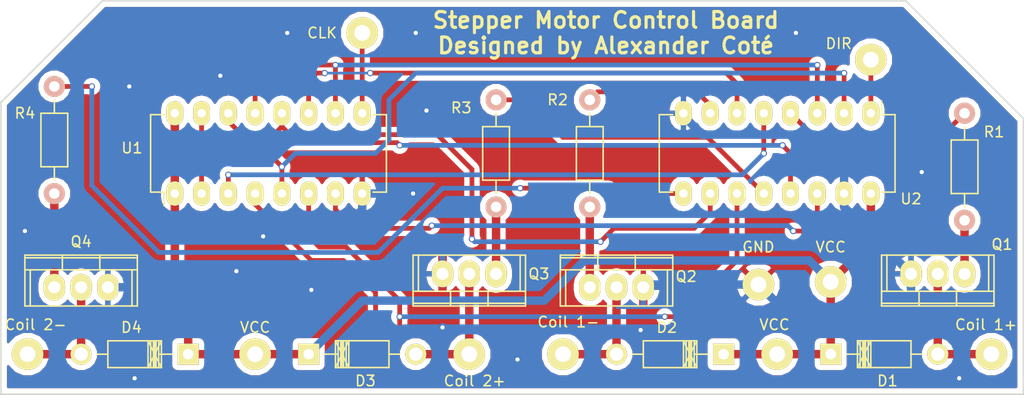
<source format=kicad_pcb>
(kicad_pcb (version 4) (host pcbnew 4.0.1-stable)

  (general
    (links 46)
    (no_connects 0)
    (area 105.047 56.820999 202.259001 94.309001)
    (thickness 1.6)
    (drawings 14)
    (tracks 235)
    (zones 0)
    (modules 24)
    (nets 25)
  )

  (page A4)
  (layers
    (0 F.Cu signal)
    (31 B.Cu signal)
    (32 B.Adhes user)
    (33 F.Adhes user)
    (34 B.Paste user)
    (35 F.Paste user)
    (36 B.SilkS user)
    (37 F.SilkS user)
    (38 B.Mask user)
    (39 F.Mask user)
    (40 Dwgs.User user)
    (41 Cmts.User user)
    (42 Eco1.User user)
    (43 Eco2.User user)
    (44 Edge.Cuts user)
    (45 Margin user)
    (46 B.CrtYd user)
    (47 F.CrtYd user)
    (48 B.Fab user)
    (49 F.Fab user)
  )

  (setup
    (last_trace_width 0.45)
    (trace_clearance 0.2)
    (zone_clearance 0.508)
    (zone_45_only no)
    (trace_min 0.2)
    (segment_width 0.2)
    (edge_width 0.15)
    (via_size 0.6)
    (via_drill 0.4)
    (via_min_size 0.4)
    (via_min_drill 0.3)
    (uvia_size 0.3)
    (uvia_drill 0.1)
    (uvias_allowed no)
    (uvia_min_size 0.2)
    (uvia_min_drill 0.1)
    (pcb_text_width 0.3)
    (pcb_text_size 1.5 1.5)
    (mod_edge_width 0.15)
    (mod_text_size 1 1)
    (mod_text_width 0.15)
    (pad_size 1.524 1.524)
    (pad_drill 0.762)
    (pad_to_mask_clearance 0.2)
    (aux_axis_origin 0 0)
    (visible_elements 7FFEFFFF)
    (pcbplotparams
      (layerselection 0x010f0_80000001)
      (usegerberextensions false)
      (excludeedgelayer false)
      (linewidth 0.100000)
      (plotframeref false)
      (viasonmask false)
      (mode 1)
      (useauxorigin false)
      (hpglpennumber 1)
      (hpglpenspeed 20)
      (hpglpendiameter 15)
      (hpglpenoverlay 2)
      (psnegative false)
      (psa4output false)
      (plotreference true)
      (plotvalue false)
      (plotinvisibletext false)
      (padsonsilk true)
      (subtractmaskfromsilk false)
      (outputformat 1)
      (mirror false)
      (drillshape 0)
      (scaleselection 1)
      (outputdirectory ""))
  )

  (net 0 "")
  (net 1 "Net-(D1-Pad2)")
  (net 2 "Net-(D2-Pad2)")
  (net 3 "Net-(D3-Pad2)")
  (net 4 "Net-(D4-Pad2)")
  (net 5 GND)
  (net 6 "Net-(Q1-Pad1)")
  (net 7 "Net-(Q2-Pad1)")
  (net 8 "Net-(Q3-Pad1)")
  (net 9 "Net-(Q4-Pad1)")
  (net 10 "Net-(R1-Pad2)")
  (net 11 "Net-(R2-Pad2)")
  (net 12 "Net-(R3-Pad2)")
  (net 13 "Net-(R4-Pad2)")
  (net 14 /B1+)
  (net 15 /B1-)
  (net 16 /A1+)
  (net 17 /A1-)
  (net 18 /CLK)
  (net 19 /A2-)
  (net 20 /A2+)
  (net 21 /B2-)
  (net 22 /B2+)
  (net 23 VCC)
  (net 24 /DIR)

  (net_class Default "This is the default net class."
    (clearance 0.2)
    (trace_width 0.45)
    (via_dia 0.6)
    (via_drill 0.4)
    (uvia_dia 0.3)
    (uvia_drill 0.1)
    (add_net /A1+)
    (add_net /A1-)
    (add_net /A2+)
    (add_net /A2-)
    (add_net /B1+)
    (add_net /B1-)
    (add_net /B2+)
    (add_net /B2-)
    (add_net /CLK)
    (add_net /DIR)
    (add_net GND)
    (add_net "Net-(D1-Pad2)")
    (add_net "Net-(D2-Pad2)")
    (add_net "Net-(D3-Pad2)")
    (add_net "Net-(D4-Pad2)")
    (add_net "Net-(Q1-Pad1)")
    (add_net "Net-(Q2-Pad1)")
    (add_net "Net-(Q3-Pad1)")
    (add_net "Net-(Q4-Pad1)")
    (add_net "Net-(R1-Pad2)")
    (add_net "Net-(R2-Pad2)")
    (add_net "Net-(R3-Pad2)")
    (add_net "Net-(R4-Pad2)")
    (add_net VCC)
  )

  (module Diodes_ThroughHole:Diode_DO-41_SOD81_Horizontal_RM10 (layer F.Cu) (tedit 552FFCCE) (tstamp 57214575)
    (at 183.896 90.424)
    (descr "Diode, DO-41, SOD81, Horizontal, RM 10mm,")
    (tags "Diode, DO-41, SOD81, Horizontal, RM 10mm, 1N4007, SB140,")
    (path /56F9D31C)
    (fp_text reference D1 (at 5.38734 2.53746) (layer F.SilkS)
      (effects (font (size 1 1) (thickness 0.15)))
    )
    (fp_text value 1N4003 (at 4.37134 -3.55854) (layer F.Fab)
      (effects (font (size 1 1) (thickness 0.15)))
    )
    (fp_line (start 7.62 -0.00254) (end 8.636 -0.00254) (layer F.SilkS) (width 0.15))
    (fp_line (start 2.794 -0.00254) (end 1.524 -0.00254) (layer F.SilkS) (width 0.15))
    (fp_line (start 3.048 -1.27254) (end 3.048 1.26746) (layer F.SilkS) (width 0.15))
    (fp_line (start 3.302 -1.27254) (end 3.302 1.26746) (layer F.SilkS) (width 0.15))
    (fp_line (start 3.556 -1.27254) (end 3.556 1.26746) (layer F.SilkS) (width 0.15))
    (fp_line (start 2.794 -1.27254) (end 2.794 1.26746) (layer F.SilkS) (width 0.15))
    (fp_line (start 3.81 -1.27254) (end 2.54 1.26746) (layer F.SilkS) (width 0.15))
    (fp_line (start 2.54 -1.27254) (end 3.81 1.26746) (layer F.SilkS) (width 0.15))
    (fp_line (start 3.81 -1.27254) (end 3.81 1.26746) (layer F.SilkS) (width 0.15))
    (fp_line (start 3.175 -1.27254) (end 3.175 1.26746) (layer F.SilkS) (width 0.15))
    (fp_line (start 2.54 1.26746) (end 2.54 -1.27254) (layer F.SilkS) (width 0.15))
    (fp_line (start 2.54 -1.27254) (end 7.62 -1.27254) (layer F.SilkS) (width 0.15))
    (fp_line (start 7.62 -1.27254) (end 7.62 1.26746) (layer F.SilkS) (width 0.15))
    (fp_line (start 7.62 1.26746) (end 2.54 1.26746) (layer F.SilkS) (width 0.15))
    (pad 2 thru_hole circle (at 10.16 -0.00254 180) (size 1.99898 1.99898) (drill 1.27) (layers *.Cu *.Mask F.SilkS)
      (net 1 "Net-(D1-Pad2)"))
    (pad 1 thru_hole rect (at 0 -0.00254 180) (size 1.99898 1.99898) (drill 1.00076) (layers *.Cu *.Mask F.SilkS)
      (net 23 VCC))
  )

  (module Diodes_ThroughHole:Diode_DO-41_SOD81_Horizontal_RM10 (layer F.Cu) (tedit 5723DEF5) (tstamp 57214589)
    (at 173.736 90.424 180)
    (descr "Diode, DO-41, SOD81, Horizontal, RM 10mm,")
    (tags "Diode, DO-41, SOD81, Horizontal, RM 10mm, 1N4007, SB140,")
    (path /571F21B4)
    (fp_text reference D2 (at 5.38734 2.53746 180) (layer F.SilkS)
      (effects (font (size 1 1) (thickness 0.15)))
    )
    (fp_text value 1N4003 (at 5.08 -2.54 180) (layer F.Fab)
      (effects (font (size 1 1) (thickness 0.15)))
    )
    (fp_line (start 7.62 -0.00254) (end 8.636 -0.00254) (layer F.SilkS) (width 0.15))
    (fp_line (start 2.794 -0.00254) (end 1.524 -0.00254) (layer F.SilkS) (width 0.15))
    (fp_line (start 3.048 -1.27254) (end 3.048 1.26746) (layer F.SilkS) (width 0.15))
    (fp_line (start 3.302 -1.27254) (end 3.302 1.26746) (layer F.SilkS) (width 0.15))
    (fp_line (start 3.556 -1.27254) (end 3.556 1.26746) (layer F.SilkS) (width 0.15))
    (fp_line (start 2.794 -1.27254) (end 2.794 1.26746) (layer F.SilkS) (width 0.15))
    (fp_line (start 3.81 -1.27254) (end 2.54 1.26746) (layer F.SilkS) (width 0.15))
    (fp_line (start 2.54 -1.27254) (end 3.81 1.26746) (layer F.SilkS) (width 0.15))
    (fp_line (start 3.81 -1.27254) (end 3.81 1.26746) (layer F.SilkS) (width 0.15))
    (fp_line (start 3.175 -1.27254) (end 3.175 1.26746) (layer F.SilkS) (width 0.15))
    (fp_line (start 2.54 1.26746) (end 2.54 -1.27254) (layer F.SilkS) (width 0.15))
    (fp_line (start 2.54 -1.27254) (end 7.62 -1.27254) (layer F.SilkS) (width 0.15))
    (fp_line (start 7.62 -1.27254) (end 7.62 1.26746) (layer F.SilkS) (width 0.15))
    (fp_line (start 7.62 1.26746) (end 2.54 1.26746) (layer F.SilkS) (width 0.15))
    (pad 2 thru_hole circle (at 10.16 -0.00254) (size 1.99898 1.99898) (drill 1.27) (layers *.Cu *.Mask F.SilkS)
      (net 2 "Net-(D2-Pad2)"))
    (pad 1 thru_hole rect (at 0 -0.00254) (size 1.99898 1.99898) (drill 1.00076) (layers *.Cu *.Mask F.SilkS)
      (net 23 VCC))
  )

  (module Diodes_ThroughHole:Diode_DO-41_SOD81_Horizontal_RM10 (layer F.Cu) (tedit 552FFCCE) (tstamp 5721459D)
    (at 134.366 90.424)
    (descr "Diode, DO-41, SOD81, Horizontal, RM 10mm,")
    (tags "Diode, DO-41, SOD81, Horizontal, RM 10mm, 1N4007, SB140,")
    (path /571F23A9)
    (fp_text reference D3 (at 5.38734 2.53746) (layer F.SilkS)
      (effects (font (size 1 1) (thickness 0.15)))
    )
    (fp_text value 1N4003 (at 4.37134 -3.55854) (layer F.Fab)
      (effects (font (size 1 1) (thickness 0.15)))
    )
    (fp_line (start 7.62 -0.00254) (end 8.636 -0.00254) (layer F.SilkS) (width 0.15))
    (fp_line (start 2.794 -0.00254) (end 1.524 -0.00254) (layer F.SilkS) (width 0.15))
    (fp_line (start 3.048 -1.27254) (end 3.048 1.26746) (layer F.SilkS) (width 0.15))
    (fp_line (start 3.302 -1.27254) (end 3.302 1.26746) (layer F.SilkS) (width 0.15))
    (fp_line (start 3.556 -1.27254) (end 3.556 1.26746) (layer F.SilkS) (width 0.15))
    (fp_line (start 2.794 -1.27254) (end 2.794 1.26746) (layer F.SilkS) (width 0.15))
    (fp_line (start 3.81 -1.27254) (end 2.54 1.26746) (layer F.SilkS) (width 0.15))
    (fp_line (start 2.54 -1.27254) (end 3.81 1.26746) (layer F.SilkS) (width 0.15))
    (fp_line (start 3.81 -1.27254) (end 3.81 1.26746) (layer F.SilkS) (width 0.15))
    (fp_line (start 3.175 -1.27254) (end 3.175 1.26746) (layer F.SilkS) (width 0.15))
    (fp_line (start 2.54 1.26746) (end 2.54 -1.27254) (layer F.SilkS) (width 0.15))
    (fp_line (start 2.54 -1.27254) (end 7.62 -1.27254) (layer F.SilkS) (width 0.15))
    (fp_line (start 7.62 -1.27254) (end 7.62 1.26746) (layer F.SilkS) (width 0.15))
    (fp_line (start 7.62 1.26746) (end 2.54 1.26746) (layer F.SilkS) (width 0.15))
    (pad 2 thru_hole circle (at 10.16 -0.00254 180) (size 1.99898 1.99898) (drill 1.27) (layers *.Cu *.Mask F.SilkS)
      (net 3 "Net-(D3-Pad2)"))
    (pad 1 thru_hole rect (at 0 -0.00254 180) (size 1.99898 1.99898) (drill 1.00076) (layers *.Cu *.Mask F.SilkS)
      (net 23 VCC))
  )

  (module Diodes_ThroughHole:Diode_DO-41_SOD81_Horizontal_RM10 (layer F.Cu) (tedit 5723DEFB) (tstamp 572145B1)
    (at 122.936 90.424 180)
    (descr "Diode, DO-41, SOD81, Horizontal, RM 10mm,")
    (tags "Diode, DO-41, SOD81, Horizontal, RM 10mm, 1N4007, SB140,")
    (path /571F23B1)
    (fp_text reference D4 (at 5.38734 2.53746 180) (layer F.SilkS)
      (effects (font (size 1 1) (thickness 0.15)))
    )
    (fp_text value 1N4003 (at 4.826 -2.794 180) (layer F.Fab)
      (effects (font (size 1 1) (thickness 0.15)))
    )
    (fp_line (start 7.62 -0.00254) (end 8.636 -0.00254) (layer F.SilkS) (width 0.15))
    (fp_line (start 2.794 -0.00254) (end 1.524 -0.00254) (layer F.SilkS) (width 0.15))
    (fp_line (start 3.048 -1.27254) (end 3.048 1.26746) (layer F.SilkS) (width 0.15))
    (fp_line (start 3.302 -1.27254) (end 3.302 1.26746) (layer F.SilkS) (width 0.15))
    (fp_line (start 3.556 -1.27254) (end 3.556 1.26746) (layer F.SilkS) (width 0.15))
    (fp_line (start 2.794 -1.27254) (end 2.794 1.26746) (layer F.SilkS) (width 0.15))
    (fp_line (start 3.81 -1.27254) (end 2.54 1.26746) (layer F.SilkS) (width 0.15))
    (fp_line (start 2.54 -1.27254) (end 3.81 1.26746) (layer F.SilkS) (width 0.15))
    (fp_line (start 3.81 -1.27254) (end 3.81 1.26746) (layer F.SilkS) (width 0.15))
    (fp_line (start 3.175 -1.27254) (end 3.175 1.26746) (layer F.SilkS) (width 0.15))
    (fp_line (start 2.54 1.26746) (end 2.54 -1.27254) (layer F.SilkS) (width 0.15))
    (fp_line (start 2.54 -1.27254) (end 7.62 -1.27254) (layer F.SilkS) (width 0.15))
    (fp_line (start 7.62 -1.27254) (end 7.62 1.26746) (layer F.SilkS) (width 0.15))
    (fp_line (start 7.62 1.26746) (end 2.54 1.26746) (layer F.SilkS) (width 0.15))
    (pad 2 thru_hole circle (at 10.16 -0.00254) (size 1.99898 1.99898) (drill 1.27) (layers *.Cu *.Mask F.SilkS)
      (net 4 "Net-(D4-Pad2)"))
    (pad 1 thru_hole rect (at 0 -0.00254) (size 1.99898 1.99898) (drill 1.00076) (layers *.Cu *.Mask F.SilkS)
      (net 23 VCC))
  )

  (module Power_Integrations:TO-220 (layer F.Cu) (tedit 5723E162) (tstamp 572145B8)
    (at 194.056 82.804 180)
    (descr "Non Isolated JEDEC TO-220 Package")
    (tags "Power Integration YN Package")
    (path /57217636)
    (fp_text reference Q1 (at -6.096 2.794 180) (layer F.SilkS)
      (effects (font (size 1 1) (thickness 0.15)))
    )
    (fp_text value TIP120 (at 0 -4.318 180) (layer F.Fab)
      (effects (font (size 1 1) (thickness 0.15)))
    )
    (fp_line (start 4.826 -1.651) (end 4.826 1.778) (layer F.SilkS) (width 0.15))
    (fp_line (start -4.826 -1.651) (end -4.826 1.778) (layer F.SilkS) (width 0.15))
    (fp_line (start 5.334 -2.794) (end -5.334 -2.794) (layer F.SilkS) (width 0.15))
    (fp_line (start 1.778 -1.778) (end 1.778 -3.048) (layer F.SilkS) (width 0.15))
    (fp_line (start -1.778 -1.778) (end -1.778 -3.048) (layer F.SilkS) (width 0.15))
    (fp_line (start -5.334 -1.651) (end 5.334 -1.651) (layer F.SilkS) (width 0.15))
    (fp_line (start 5.334 1.778) (end -5.334 1.778) (layer F.SilkS) (width 0.15))
    (fp_line (start -5.334 -3.048) (end -5.334 1.778) (layer F.SilkS) (width 0.15))
    (fp_line (start 5.334 -3.048) (end 5.334 1.778) (layer F.SilkS) (width 0.15))
    (fp_line (start 5.334 -3.048) (end -5.334 -3.048) (layer F.SilkS) (width 0.15))
    (pad 2 thru_hole oval (at 0 0 180) (size 2.032 2.54) (drill 1.143) (layers *.Cu *.Mask F.SilkS)
      (net 1 "Net-(D1-Pad2)"))
    (pad 3 thru_hole oval (at 2.54 0 180) (size 2.032 2.54) (drill 1.143) (layers *.Cu *.Mask F.SilkS)
      (net 5 GND))
    (pad 1 thru_hole oval (at -2.54 0 180) (size 2.032 2.54) (drill 1.143) (layers *.Cu *.Mask F.SilkS)
      (net 6 "Net-(Q1-Pad1)"))
  )

  (module Power_Integrations:TO-220 (layer F.Cu) (tedit 5723E14F) (tstamp 572145BF)
    (at 163.576 84.074)
    (descr "Non Isolated JEDEC TO-220 Package")
    (tags "Power Integration YN Package")
    (path /57217280)
    (fp_text reference Q2 (at 6.604 -1.016) (layer F.SilkS)
      (effects (font (size 1 1) (thickness 0.15)))
    )
    (fp_text value TIP120 (at 0 -4.318) (layer F.Fab)
      (effects (font (size 1 1) (thickness 0.15)))
    )
    (fp_line (start 4.826 -1.651) (end 4.826 1.778) (layer F.SilkS) (width 0.15))
    (fp_line (start -4.826 -1.651) (end -4.826 1.778) (layer F.SilkS) (width 0.15))
    (fp_line (start 5.334 -2.794) (end -5.334 -2.794) (layer F.SilkS) (width 0.15))
    (fp_line (start 1.778 -1.778) (end 1.778 -3.048) (layer F.SilkS) (width 0.15))
    (fp_line (start -1.778 -1.778) (end -1.778 -3.048) (layer F.SilkS) (width 0.15))
    (fp_line (start -5.334 -1.651) (end 5.334 -1.651) (layer F.SilkS) (width 0.15))
    (fp_line (start 5.334 1.778) (end -5.334 1.778) (layer F.SilkS) (width 0.15))
    (fp_line (start -5.334 -3.048) (end -5.334 1.778) (layer F.SilkS) (width 0.15))
    (fp_line (start 5.334 -3.048) (end 5.334 1.778) (layer F.SilkS) (width 0.15))
    (fp_line (start 5.334 -3.048) (end -5.334 -3.048) (layer F.SilkS) (width 0.15))
    (pad 2 thru_hole oval (at 0 0) (size 2.032 2.54) (drill 1.143) (layers *.Cu *.Mask F.SilkS)
      (net 2 "Net-(D2-Pad2)"))
    (pad 3 thru_hole oval (at 2.54 0) (size 2.032 2.54) (drill 1.143) (layers *.Cu *.Mask F.SilkS)
      (net 5 GND))
    (pad 1 thru_hole oval (at -2.54 0) (size 2.032 2.54) (drill 1.143) (layers *.Cu *.Mask F.SilkS)
      (net 7 "Net-(Q2-Pad1)"))
  )

  (module Power_Integrations:TO-220 (layer F.Cu) (tedit 5723E149) (tstamp 572145C6)
    (at 149.606 82.804 180)
    (descr "Non Isolated JEDEC TO-220 Package")
    (tags "Power Integration YN Package")
    (path /57217303)
    (fp_text reference Q3 (at -6.604 0 180) (layer F.SilkS)
      (effects (font (size 1 1) (thickness 0.15)))
    )
    (fp_text value TIP120 (at 0 -4.318 180) (layer F.Fab)
      (effects (font (size 1 1) (thickness 0.15)))
    )
    (fp_line (start 4.826 -1.651) (end 4.826 1.778) (layer F.SilkS) (width 0.15))
    (fp_line (start -4.826 -1.651) (end -4.826 1.778) (layer F.SilkS) (width 0.15))
    (fp_line (start 5.334 -2.794) (end -5.334 -2.794) (layer F.SilkS) (width 0.15))
    (fp_line (start 1.778 -1.778) (end 1.778 -3.048) (layer F.SilkS) (width 0.15))
    (fp_line (start -1.778 -1.778) (end -1.778 -3.048) (layer F.SilkS) (width 0.15))
    (fp_line (start -5.334 -1.651) (end 5.334 -1.651) (layer F.SilkS) (width 0.15))
    (fp_line (start 5.334 1.778) (end -5.334 1.778) (layer F.SilkS) (width 0.15))
    (fp_line (start -5.334 -3.048) (end -5.334 1.778) (layer F.SilkS) (width 0.15))
    (fp_line (start 5.334 -3.048) (end 5.334 1.778) (layer F.SilkS) (width 0.15))
    (fp_line (start 5.334 -3.048) (end -5.334 -3.048) (layer F.SilkS) (width 0.15))
    (pad 2 thru_hole oval (at 0 0 180) (size 2.032 2.54) (drill 1.143) (layers *.Cu *.Mask F.SilkS)
      (net 3 "Net-(D3-Pad2)"))
    (pad 3 thru_hole oval (at 2.54 0 180) (size 2.032 2.54) (drill 1.143) (layers *.Cu *.Mask F.SilkS)
      (net 5 GND))
    (pad 1 thru_hole oval (at -2.54 0 180) (size 2.032 2.54) (drill 1.143) (layers *.Cu *.Mask F.SilkS)
      (net 8 "Net-(Q3-Pad1)"))
  )

  (module Power_Integrations:TO-220 (layer F.Cu) (tedit 0) (tstamp 572145CD)
    (at 112.776 84.074)
    (descr "Non Isolated JEDEC TO-220 Package")
    (tags "Power Integration YN Package")
    (path /572173B5)
    (fp_text reference Q4 (at 0 -4.318) (layer F.SilkS)
      (effects (font (size 1 1) (thickness 0.15)))
    )
    (fp_text value TIP120 (at 0 -4.318) (layer F.Fab)
      (effects (font (size 1 1) (thickness 0.15)))
    )
    (fp_line (start 4.826 -1.651) (end 4.826 1.778) (layer F.SilkS) (width 0.15))
    (fp_line (start -4.826 -1.651) (end -4.826 1.778) (layer F.SilkS) (width 0.15))
    (fp_line (start 5.334 -2.794) (end -5.334 -2.794) (layer F.SilkS) (width 0.15))
    (fp_line (start 1.778 -1.778) (end 1.778 -3.048) (layer F.SilkS) (width 0.15))
    (fp_line (start -1.778 -1.778) (end -1.778 -3.048) (layer F.SilkS) (width 0.15))
    (fp_line (start -5.334 -1.651) (end 5.334 -1.651) (layer F.SilkS) (width 0.15))
    (fp_line (start 5.334 1.778) (end -5.334 1.778) (layer F.SilkS) (width 0.15))
    (fp_line (start -5.334 -3.048) (end -5.334 1.778) (layer F.SilkS) (width 0.15))
    (fp_line (start 5.334 -3.048) (end 5.334 1.778) (layer F.SilkS) (width 0.15))
    (fp_line (start 5.334 -3.048) (end -5.334 -3.048) (layer F.SilkS) (width 0.15))
    (pad 2 thru_hole oval (at 0 0) (size 2.032 2.54) (drill 1.143) (layers *.Cu *.Mask F.SilkS)
      (net 4 "Net-(D4-Pad2)"))
    (pad 3 thru_hole oval (at 2.54 0) (size 2.032 2.54) (drill 1.143) (layers *.Cu *.Mask F.SilkS)
      (net 5 GND))
    (pad 1 thru_hole oval (at -2.54 0) (size 2.032 2.54) (drill 1.143) (layers *.Cu *.Mask F.SilkS)
      (net 9 "Net-(Q4-Pad1)"))
  )

  (module Resistors_ThroughHole:Resistor_Horizontal_RM10mm (layer F.Cu) (tedit 5723E0EC) (tstamp 572145DD)
    (at 196.596 77.724 90)
    (descr "Resistor, Axial,  RM 10mm, 1/3W")
    (tags "Resistor Axial RM 10mm 1/3W")
    (path /571EEB1C)
    (fp_text reference R1 (at 8.382 2.794 180) (layer F.SilkS)
      (effects (font (size 1 1) (thickness 0.15)))
    )
    (fp_text value 180 (at 5.08 3.81 90) (layer F.Fab)
      (effects (font (size 1 1) (thickness 0.15)))
    )
    (fp_line (start -1.25 -1.5) (end 11.4 -1.5) (layer F.CrtYd) (width 0.05))
    (fp_line (start -1.25 1.5) (end -1.25 -1.5) (layer F.CrtYd) (width 0.05))
    (fp_line (start 11.4 -1.5) (end 11.4 1.5) (layer F.CrtYd) (width 0.05))
    (fp_line (start -1.25 1.5) (end 11.4 1.5) (layer F.CrtYd) (width 0.05))
    (fp_line (start 2.54 -1.27) (end 7.62 -1.27) (layer F.SilkS) (width 0.15))
    (fp_line (start 7.62 -1.27) (end 7.62 1.27) (layer F.SilkS) (width 0.15))
    (fp_line (start 7.62 1.27) (end 2.54 1.27) (layer F.SilkS) (width 0.15))
    (fp_line (start 2.54 1.27) (end 2.54 -1.27) (layer F.SilkS) (width 0.15))
    (fp_line (start 2.54 0) (end 1.27 0) (layer F.SilkS) (width 0.15))
    (fp_line (start 7.62 0) (end 8.89 0) (layer F.SilkS) (width 0.15))
    (pad 1 thru_hole circle (at 0 0 90) (size 1.99898 1.99898) (drill 1.00076) (layers *.Cu *.SilkS *.Mask)
      (net 6 "Net-(Q1-Pad1)"))
    (pad 2 thru_hole circle (at 10.16 0 90) (size 1.99898 1.99898) (drill 1.00076) (layers *.Cu *.SilkS *.Mask)
      (net 10 "Net-(R1-Pad2)"))
    (model Resistors_ThroughHole.3dshapes/Resistor_Horizontal_RM10mm.wrl
      (at (xyz 0.2 0 0))
      (scale (xyz 0.4 0.4 0.4))
      (rotate (xyz 0 0 0))
    )
  )

  (module Resistors_ThroughHole:Resistor_Horizontal_RM10mm (layer F.Cu) (tedit 5723E0E7) (tstamp 572145ED)
    (at 161.036 76.454 90)
    (descr "Resistor, Axial,  RM 10mm, 1/3W")
    (tags "Resistor Axial RM 10mm 1/3W")
    (path /571EECCE)
    (fp_text reference R2 (at 10.16 -3.048 180) (layer F.SilkS)
      (effects (font (size 1 1) (thickness 0.15)))
    )
    (fp_text value 180 (at 5.08 3.81 90) (layer F.Fab)
      (effects (font (size 1 1) (thickness 0.15)))
    )
    (fp_line (start -1.25 -1.5) (end 11.4 -1.5) (layer F.CrtYd) (width 0.05))
    (fp_line (start -1.25 1.5) (end -1.25 -1.5) (layer F.CrtYd) (width 0.05))
    (fp_line (start 11.4 -1.5) (end 11.4 1.5) (layer F.CrtYd) (width 0.05))
    (fp_line (start -1.25 1.5) (end 11.4 1.5) (layer F.CrtYd) (width 0.05))
    (fp_line (start 2.54 -1.27) (end 7.62 -1.27) (layer F.SilkS) (width 0.15))
    (fp_line (start 7.62 -1.27) (end 7.62 1.27) (layer F.SilkS) (width 0.15))
    (fp_line (start 7.62 1.27) (end 2.54 1.27) (layer F.SilkS) (width 0.15))
    (fp_line (start 2.54 1.27) (end 2.54 -1.27) (layer F.SilkS) (width 0.15))
    (fp_line (start 2.54 0) (end 1.27 0) (layer F.SilkS) (width 0.15))
    (fp_line (start 7.62 0) (end 8.89 0) (layer F.SilkS) (width 0.15))
    (pad 1 thru_hole circle (at 0 0 90) (size 1.99898 1.99898) (drill 1.00076) (layers *.Cu *.SilkS *.Mask)
      (net 7 "Net-(Q2-Pad1)"))
    (pad 2 thru_hole circle (at 10.16 0 90) (size 1.99898 1.99898) (drill 1.00076) (layers *.Cu *.SilkS *.Mask)
      (net 11 "Net-(R2-Pad2)"))
    (model Resistors_ThroughHole.3dshapes/Resistor_Horizontal_RM10mm.wrl
      (at (xyz 0.2 0 0))
      (scale (xyz 0.4 0.4 0.4))
      (rotate (xyz 0 0 0))
    )
  )

  (module Resistors_ThroughHole:Resistor_Horizontal_RM10mm (layer F.Cu) (tedit 5723E0E4) (tstamp 572145FD)
    (at 152.146 76.454 90)
    (descr "Resistor, Axial,  RM 10mm, 1/3W")
    (tags "Resistor Axial RM 10mm 1/3W")
    (path /571EED22)
    (fp_text reference R3 (at 9.398 -3.302 180) (layer F.SilkS)
      (effects (font (size 1 1) (thickness 0.15)))
    )
    (fp_text value 180 (at 5.08 3.81 90) (layer F.Fab)
      (effects (font (size 1 1) (thickness 0.15)))
    )
    (fp_line (start -1.25 -1.5) (end 11.4 -1.5) (layer F.CrtYd) (width 0.05))
    (fp_line (start -1.25 1.5) (end -1.25 -1.5) (layer F.CrtYd) (width 0.05))
    (fp_line (start 11.4 -1.5) (end 11.4 1.5) (layer F.CrtYd) (width 0.05))
    (fp_line (start -1.25 1.5) (end 11.4 1.5) (layer F.CrtYd) (width 0.05))
    (fp_line (start 2.54 -1.27) (end 7.62 -1.27) (layer F.SilkS) (width 0.15))
    (fp_line (start 7.62 -1.27) (end 7.62 1.27) (layer F.SilkS) (width 0.15))
    (fp_line (start 7.62 1.27) (end 2.54 1.27) (layer F.SilkS) (width 0.15))
    (fp_line (start 2.54 1.27) (end 2.54 -1.27) (layer F.SilkS) (width 0.15))
    (fp_line (start 2.54 0) (end 1.27 0) (layer F.SilkS) (width 0.15))
    (fp_line (start 7.62 0) (end 8.89 0) (layer F.SilkS) (width 0.15))
    (pad 1 thru_hole circle (at 0 0 90) (size 1.99898 1.99898) (drill 1.00076) (layers *.Cu *.SilkS *.Mask)
      (net 8 "Net-(Q3-Pad1)"))
    (pad 2 thru_hole circle (at 10.16 0 90) (size 1.99898 1.99898) (drill 1.00076) (layers *.Cu *.SilkS *.Mask)
      (net 12 "Net-(R3-Pad2)"))
    (model Resistors_ThroughHole.3dshapes/Resistor_Horizontal_RM10mm.wrl
      (at (xyz 0.2 0 0))
      (scale (xyz 0.4 0.4 0.4))
      (rotate (xyz 0 0 0))
    )
  )

  (module Resistors_ThroughHole:Resistor_Horizontal_RM10mm (layer F.Cu) (tedit 5723E121) (tstamp 5721460D)
    (at 110.236 75.184 90)
    (descr "Resistor, Axial,  RM 10mm, 1/3W")
    (tags "Resistor Axial RM 10mm 1/3W")
    (path /571EED28)
    (fp_text reference R4 (at 7.62 -2.794 180) (layer F.SilkS)
      (effects (font (size 1 1) (thickness 0.15)))
    )
    (fp_text value 180 (at 5.08 3.81 90) (layer F.Fab)
      (effects (font (size 1 1) (thickness 0.15)))
    )
    (fp_line (start -1.25 -1.5) (end 11.4 -1.5) (layer F.CrtYd) (width 0.05))
    (fp_line (start -1.25 1.5) (end -1.25 -1.5) (layer F.CrtYd) (width 0.05))
    (fp_line (start 11.4 -1.5) (end 11.4 1.5) (layer F.CrtYd) (width 0.05))
    (fp_line (start -1.25 1.5) (end 11.4 1.5) (layer F.CrtYd) (width 0.05))
    (fp_line (start 2.54 -1.27) (end 7.62 -1.27) (layer F.SilkS) (width 0.15))
    (fp_line (start 7.62 -1.27) (end 7.62 1.27) (layer F.SilkS) (width 0.15))
    (fp_line (start 7.62 1.27) (end 2.54 1.27) (layer F.SilkS) (width 0.15))
    (fp_line (start 2.54 1.27) (end 2.54 -1.27) (layer F.SilkS) (width 0.15))
    (fp_line (start 2.54 0) (end 1.27 0) (layer F.SilkS) (width 0.15))
    (fp_line (start 7.62 0) (end 8.89 0) (layer F.SilkS) (width 0.15))
    (pad 1 thru_hole circle (at 0 0 90) (size 1.99898 1.99898) (drill 1.00076) (layers *.Cu *.SilkS *.Mask)
      (net 9 "Net-(Q4-Pad1)"))
    (pad 2 thru_hole circle (at 10.16 0 90) (size 1.99898 1.99898) (drill 1.00076) (layers *.Cu *.SilkS *.Mask)
      (net 13 "Net-(R4-Pad2)"))
    (model Resistors_ThroughHole.3dshapes/Resistor_Horizontal_RM10mm.wrl
      (at (xyz 0.2 0 0))
      (scale (xyz 0.4 0.4 0.4))
      (rotate (xyz 0 0 0))
    )
  )

  (module Housings_DIP:DIP-16_W7.62mm_LongPads (layer F.Cu) (tedit 5723E0DC) (tstamp 5721462C)
    (at 121.666 75.184 90)
    (descr "16-lead dip package, row spacing 7.62 mm (300 mils), longer pads")
    (tags "dil dip 2.54 300")
    (path /56F9A966)
    (fp_text reference U1 (at 4.318 -4.064 180) (layer F.SilkS)
      (effects (font (size 1 1) (thickness 0.15)))
    )
    (fp_text value 74LS175 (at 0 -3.72 90) (layer F.Fab)
      (effects (font (size 1 1) (thickness 0.15)))
    )
    (fp_line (start -1.4 -2.45) (end -1.4 20.25) (layer F.CrtYd) (width 0.05))
    (fp_line (start 9 -2.45) (end 9 20.25) (layer F.CrtYd) (width 0.05))
    (fp_line (start -1.4 -2.45) (end 9 -2.45) (layer F.CrtYd) (width 0.05))
    (fp_line (start -1.4 20.25) (end 9 20.25) (layer F.CrtYd) (width 0.05))
    (fp_line (start 0.135 -2.295) (end 0.135 -1.025) (layer F.SilkS) (width 0.15))
    (fp_line (start 7.485 -2.295) (end 7.485 -1.025) (layer F.SilkS) (width 0.15))
    (fp_line (start 7.485 20.075) (end 7.485 18.805) (layer F.SilkS) (width 0.15))
    (fp_line (start 0.135 20.075) (end 0.135 18.805) (layer F.SilkS) (width 0.15))
    (fp_line (start 0.135 -2.295) (end 7.485 -2.295) (layer F.SilkS) (width 0.15))
    (fp_line (start 0.135 20.075) (end 7.485 20.075) (layer F.SilkS) (width 0.15))
    (fp_line (start 0.135 -1.025) (end -1.15 -1.025) (layer F.SilkS) (width 0.15))
    (pad 1 thru_hole oval (at 0 0 90) (size 2.3 1.6) (drill 0.8) (layers *.Cu *.Mask F.SilkS)
      (net 23 VCC))
    (pad 2 thru_hole oval (at 0 2.54 90) (size 2.3 1.6) (drill 0.8) (layers *.Cu *.Mask F.SilkS)
      (net 14 /B1+))
    (pad 3 thru_hole oval (at 0 5.08 90) (size 2.3 1.6) (drill 0.8) (layers *.Cu *.Mask F.SilkS)
      (net 15 /B1-))
    (pad 4 thru_hole oval (at 0 7.62 90) (size 2.3 1.6) (drill 0.8) (layers *.Cu *.Mask F.SilkS)
      (net 16 /A1+))
    (pad 5 thru_hole oval (at 0 10.16 90) (size 2.3 1.6) (drill 0.8) (layers *.Cu *.Mask F.SilkS)
      (net 14 /B1+))
    (pad 6 thru_hole oval (at 0 12.7 90) (size 2.3 1.6) (drill 0.8) (layers *.Cu *.Mask F.SilkS)
      (net 16 /A1+))
    (pad 7 thru_hole oval (at 0 15.24 90) (size 2.3 1.6) (drill 0.8) (layers *.Cu *.Mask F.SilkS)
      (net 17 /A1-))
    (pad 8 thru_hole oval (at 0 17.78 90) (size 2.3 1.6) (drill 0.8) (layers *.Cu *.Mask F.SilkS)
      (net 5 GND))
    (pad 9 thru_hole oval (at 7.62 17.78 90) (size 2.3 1.6) (drill 0.8) (layers *.Cu *.Mask F.SilkS)
      (net 18 /CLK))
    (pad 10 thru_hole oval (at 7.62 15.24 90) (size 2.3 1.6) (drill 0.8) (layers *.Cu *.Mask F.SilkS)
      (net 19 /A2-))
    (pad 11 thru_hole oval (at 7.62 12.7 90) (size 2.3 1.6) (drill 0.8) (layers *.Cu *.Mask F.SilkS)
      (net 20 /A2+))
    (pad 12 thru_hole oval (at 7.62 10.16 90) (size 2.3 1.6) (drill 0.8) (layers *.Cu *.Mask F.SilkS)
      (net 21 /B2-))
    (pad 13 thru_hole oval (at 7.62 7.62 90) (size 2.3 1.6) (drill 0.8) (layers *.Cu *.Mask F.SilkS)
      (net 19 /A2-))
    (pad 14 thru_hole oval (at 7.62 5.08 90) (size 2.3 1.6) (drill 0.8) (layers *.Cu *.Mask F.SilkS)
      (net 21 /B2-))
    (pad 15 thru_hole oval (at 7.62 2.54 90) (size 2.3 1.6) (drill 0.8) (layers *.Cu *.Mask F.SilkS)
      (net 22 /B2+))
    (pad 16 thru_hole oval (at 7.62 0 90) (size 2.3 1.6) (drill 0.8) (layers *.Cu *.Mask F.SilkS)
      (net 23 VCC))
    (model Housings_DIP.3dshapes/DIP-16_W7.62mm_LongPads.wrl
      (at (xyz 0 0 0))
      (scale (xyz 1 1 1))
      (rotate (xyz 0 0 0))
    )
  )

  (module Housings_DIP:DIP-16_W7.62mm_LongPads (layer F.Cu) (tedit 5723E0EB) (tstamp 5721464B)
    (at 187.706 67.564 270)
    (descr "16-lead dip package, row spacing 7.62 mm (300 mils), longer pads")
    (tags "dil dip 2.54 300")
    (path /571E5331)
    (fp_text reference U2 (at 8.128 -3.81 360) (layer F.SilkS)
      (effects (font (size 1 1) (thickness 0.15)))
    )
    (fp_text value 74LS157 (at 0 -3.72 270) (layer F.Fab)
      (effects (font (size 1 1) (thickness 0.15)))
    )
    (fp_line (start -1.4 -2.45) (end -1.4 20.25) (layer F.CrtYd) (width 0.05))
    (fp_line (start 9 -2.45) (end 9 20.25) (layer F.CrtYd) (width 0.05))
    (fp_line (start -1.4 -2.45) (end 9 -2.45) (layer F.CrtYd) (width 0.05))
    (fp_line (start -1.4 20.25) (end 9 20.25) (layer F.CrtYd) (width 0.05))
    (fp_line (start 0.135 -2.295) (end 0.135 -1.025) (layer F.SilkS) (width 0.15))
    (fp_line (start 7.485 -2.295) (end 7.485 -1.025) (layer F.SilkS) (width 0.15))
    (fp_line (start 7.485 20.075) (end 7.485 18.805) (layer F.SilkS) (width 0.15))
    (fp_line (start 0.135 20.075) (end 0.135 18.805) (layer F.SilkS) (width 0.15))
    (fp_line (start 0.135 -2.295) (end 7.485 -2.295) (layer F.SilkS) (width 0.15))
    (fp_line (start 0.135 20.075) (end 7.485 20.075) (layer F.SilkS) (width 0.15))
    (fp_line (start 0.135 -1.025) (end -1.15 -1.025) (layer F.SilkS) (width 0.15))
    (pad 1 thru_hole oval (at 0 0 270) (size 2.3 1.6) (drill 0.8) (layers *.Cu *.Mask F.SilkS)
      (net 24 /DIR))
    (pad 2 thru_hole oval (at 0 2.54 270) (size 2.3 1.6) (drill 0.8) (layers *.Cu *.Mask F.SilkS)
      (net 14 /B1+))
    (pad 3 thru_hole oval (at 0 5.08 270) (size 2.3 1.6) (drill 0.8) (layers *.Cu *.Mask F.SilkS)
      (net 19 /A2-))
    (pad 4 thru_hole oval (at 0 7.62 270) (size 2.3 1.6) (drill 0.8) (layers *.Cu *.Mask F.SilkS)
      (net 10 "Net-(R1-Pad2)"))
    (pad 5 thru_hole oval (at 0 10.16 270) (size 2.3 1.6) (drill 0.8) (layers *.Cu *.Mask F.SilkS)
      (net 15 /B1-))
    (pad 6 thru_hole oval (at 0 12.7 270) (size 2.3 1.6) (drill 0.8) (layers *.Cu *.Mask F.SilkS)
      (net 20 /A2+))
    (pad 7 thru_hole oval (at 0 15.24 270) (size 2.3 1.6) (drill 0.8) (layers *.Cu *.Mask F.SilkS)
      (net 11 "Net-(R2-Pad2)"))
    (pad 8 thru_hole oval (at 0 17.78 270) (size 2.3 1.6) (drill 0.8) (layers *.Cu *.Mask F.SilkS)
      (net 5 GND))
    (pad 9 thru_hole oval (at 7.62 17.78 270) (size 2.3 1.6) (drill 0.8) (layers *.Cu *.Mask F.SilkS)
      (net 13 "Net-(R4-Pad2)"))
    (pad 10 thru_hole oval (at 7.62 15.24 270) (size 2.3 1.6) (drill 0.8) (layers *.Cu *.Mask F.SilkS)
      (net 21 /B2-))
    (pad 11 thru_hole oval (at 7.62 12.7 270) (size 2.3 1.6) (drill 0.8) (layers *.Cu *.Mask F.SilkS)
      (net 16 /A1+))
    (pad 12 thru_hole oval (at 7.62 10.16 270) (size 2.3 1.6) (drill 0.8) (layers *.Cu *.Mask F.SilkS)
      (net 12 "Net-(R3-Pad2)"))
    (pad 13 thru_hole oval (at 7.62 7.62 270) (size 2.3 1.6) (drill 0.8) (layers *.Cu *.Mask F.SilkS)
      (net 22 /B2+))
    (pad 14 thru_hole oval (at 7.62 5.08 270) (size 2.3 1.6) (drill 0.8) (layers *.Cu *.Mask F.SilkS)
      (net 17 /A1-))
    (pad 15 thru_hole oval (at 7.62 2.54 270) (size 2.3 1.6) (drill 0.8) (layers *.Cu *.Mask F.SilkS)
      (net 5 GND))
    (pad 16 thru_hole oval (at 7.62 0 270) (size 2.3 1.6) (drill 0.8) (layers *.Cu *.Mask F.SilkS)
      (net 23 VCC))
    (model Housings_DIP.3dshapes/DIP-16_W7.62mm_LongPads.wrl
      (at (xyz 0 0 0))
      (scale (xyz 1 1 1))
      (rotate (xyz 0 0 0))
    )
  )

  (module Measurement_Points:Measurement_Point_Round-TH_Big (layer F.Cu) (tedit 5723DFD7) (tstamp 57214650)
    (at 139.446 59.944)
    (descr "Mesurement Point, Round, Trough Hole,  DM 3mm, Drill 1.5mm,")
    (tags "Mesurement Point Round Trough Hole 3mm 1.5mm")
    (path /5722578C)
    (attr virtual)
    (fp_text reference CLK (at -3.81 0) (layer F.SilkS)
      (effects (font (size 1 1) (thickness 0.15)))
    )
    (fp_text value TEST_1P (at 0 3) (layer F.Fab)
      (effects (font (size 1 1) (thickness 0.15)))
    )
    (fp_circle (center 0 0) (end 1.75 0) (layer F.CrtYd) (width 0.05))
    (pad 1 thru_hole circle (at 0 0) (size 3 3) (drill 1.5) (layers *.Cu *.Mask F.SilkS)
      (net 18 /CLK))
  )

  (module Measurement_Points:Measurement_Point_Round-TH_Big (layer F.Cu) (tedit 5723E002) (tstamp 57214655)
    (at 187.706 62.484)
    (descr "Mesurement Point, Round, Trough Hole,  DM 3mm, Drill 1.5mm,")
    (tags "Mesurement Point Round Trough Hole 3mm 1.5mm")
    (path /57226AA2)
    (attr virtual)
    (fp_text reference DIR (at -3.048 -1.524) (layer F.SilkS)
      (effects (font (size 1 1) (thickness 0.15)))
    )
    (fp_text value TEST_1P (at 0 3) (layer F.Fab)
      (effects (font (size 1 1) (thickness 0.15)))
    )
    (fp_circle (center 0 0) (end 1.75 0) (layer F.CrtYd) (width 0.05))
    (pad 1 thru_hole circle (at 0 0) (size 3 3) (drill 1.5) (layers *.Cu *.Mask F.SilkS)
      (net 24 /DIR))
  )

  (module Measurement_Points:Measurement_Point_Round-TH_Big (layer F.Cu) (tedit 5723E85B) (tstamp 5721465A)
    (at 199.136 90.424 270)
    (descr "Mesurement Point, Round, Trough Hole,  DM 3mm, Drill 1.5mm,")
    (tags "Mesurement Point Round Trough Hole 3mm 1.5mm")
    (path /5722DBD3)
    (attr virtual)
    (fp_text reference "Coil 1+" (at -2.794 0.508 360) (layer F.SilkS)
      (effects (font (size 1 1) (thickness 0.15)))
    )
    (fp_text value TEST_1P (at 0 3 270) (layer F.Fab)
      (effects (font (size 1 1) (thickness 0.15)))
    )
    (fp_circle (center 0 0) (end 1.75 0) (layer F.CrtYd) (width 0.05))
    (pad 1 thru_hole circle (at 0 0 270) (size 3 3) (drill 1.5) (layers *.Cu *.Mask F.SilkS)
      (net 1 "Net-(D1-Pad2)"))
  )

  (module Measurement_Points:Measurement_Point_Round-TH_Big (layer F.Cu) (tedit 5723E337) (tstamp 5721465F)
    (at 178.816 90.424 270)
    (descr "Mesurement Point, Round, Trough Hole,  DM 3mm, Drill 1.5mm,")
    (tags "Mesurement Point Round Trough Hole 3mm 1.5mm")
    (path /5722DBD9)
    (attr virtual)
    (fp_text reference VCC (at -2.794 0.254 360) (layer F.SilkS)
      (effects (font (size 1 1) (thickness 0.15)))
    )
    (fp_text value TEST_1P (at 0 3 270) (layer F.Fab)
      (effects (font (size 1 1) (thickness 0.15)))
    )
    (fp_circle (center 0 0) (end 1.75 0) (layer F.CrtYd) (width 0.05))
    (pad 1 thru_hole circle (at 0 0 270) (size 3 3) (drill 1.5) (layers *.Cu *.Mask F.SilkS)
      (net 23 VCC))
  )

  (module Measurement_Points:Measurement_Point_Round-TH_Big (layer F.Cu) (tedit 5723E351) (tstamp 57214664)
    (at 158.496 90.424 270)
    (descr "Mesurement Point, Round, Trough Hole,  DM 3mm, Drill 1.5mm,")
    (tags "Mesurement Point Round Trough Hole 3mm 1.5mm")
    (path /5722DBDF)
    (attr virtual)
    (fp_text reference "Coil 1-" (at -3.048 -0.508 360) (layer F.SilkS)
      (effects (font (size 1 1) (thickness 0.15)))
    )
    (fp_text value TEST_1P (at 0 3 270) (layer F.Fab)
      (effects (font (size 1 1) (thickness 0.15)))
    )
    (fp_circle (center 0 0) (end 1.75 0) (layer F.CrtYd) (width 0.05))
    (pad 1 thru_hole circle (at 0 0 270) (size 3 3) (drill 1.5) (layers *.Cu *.Mask F.SilkS)
      (net 2 "Net-(D2-Pad2)"))
  )

  (module Measurement_Points:Measurement_Point_Round-TH_Big (layer F.Cu) (tedit 5723E852) (tstamp 57214669)
    (at 149.606 90.424 270)
    (descr "Mesurement Point, Round, Trough Hole,  DM 3mm, Drill 1.5mm,")
    (tags "Mesurement Point Round Trough Hole 3mm 1.5mm")
    (path /5722C210)
    (attr virtual)
    (fp_text reference "Coil 2+" (at 2.54 -0.508 360) (layer F.SilkS)
      (effects (font (size 1 1) (thickness 0.15)))
    )
    (fp_text value TEST_1P (at 0 3 270) (layer F.Fab)
      (effects (font (size 1 1) (thickness 0.15)))
    )
    (fp_circle (center 0 0) (end 1.75 0) (layer F.CrtYd) (width 0.05))
    (pad 1 thru_hole circle (at 0 0 270) (size 3 3) (drill 1.5) (layers *.Cu *.Mask F.SilkS)
      (net 3 "Net-(D3-Pad2)"))
  )

  (module Measurement_Points:Measurement_Point_Round-TH_Big (layer F.Cu) (tedit 5723E367) (tstamp 5721466E)
    (at 129.286 90.424 270)
    (descr "Mesurement Point, Round, Trough Hole,  DM 3mm, Drill 1.5mm,")
    (tags "Mesurement Point Round Trough Hole 3mm 1.5mm")
    (path /5722D908)
    (attr virtual)
    (fp_text reference VCC (at -2.54 0 360) (layer F.SilkS)
      (effects (font (size 1 1) (thickness 0.15)))
    )
    (fp_text value TEST_1P (at 0 3 270) (layer F.Fab)
      (effects (font (size 1 1) (thickness 0.15)))
    )
    (fp_circle (center 0 0) (end 1.75 0) (layer F.CrtYd) (width 0.05))
    (pad 1 thru_hole circle (at 0 0 270) (size 3 3) (drill 1.5) (layers *.Cu *.Mask F.SilkS)
      (net 23 VCC))
  )

  (module Measurement_Points:Measurement_Point_Round-TH_Big (layer F.Cu) (tedit 5723E38F) (tstamp 57214673)
    (at 107.696 90.424 270)
    (descr "Mesurement Point, Round, Trough Hole,  DM 3mm, Drill 1.5mm,")
    (tags "Mesurement Point Round Trough Hole 3mm 1.5mm")
    (path /5722D960)
    (attr virtual)
    (fp_text reference "Coil 2-" (at -2.794 -0.762 360) (layer F.SilkS)
      (effects (font (size 1 1) (thickness 0.15)))
    )
    (fp_text value TEST_1P (at -4.826 1.524 270) (layer F.Fab)
      (effects (font (size 1 1) (thickness 0.15)))
    )
    (fp_circle (center 0 0) (end 1.75 0) (layer F.CrtYd) (width 0.05))
    (pad 1 thru_hole circle (at 0 0 270) (size 3 3) (drill 1.5) (layers *.Cu *.Mask F.SilkS)
      (net 4 "Net-(D4-Pad2)"))
  )

  (module Measurement_Points:Measurement_Point_Round-TH_Big (layer F.Cu) (tedit 5723E117) (tstamp 5723D7CE)
    (at 177.038 83.82 270)
    (descr "Mesurement Point, Round, Trough Hole,  DM 3mm, Drill 1.5mm,")
    (tags "Mesurement Point Round Trough Hole 3mm 1.5mm")
    (path /5723F10B)
    (attr virtual)
    (fp_text reference GND (at -3.556 0 360) (layer F.SilkS)
      (effects (font (size 1 1) (thickness 0.15)))
    )
    (fp_text value TEST_1P (at 0 3 270) (layer F.Fab)
      (effects (font (size 1 1) (thickness 0.15)))
    )
    (fp_circle (center 0 0) (end 1.75 0) (layer F.CrtYd) (width 0.05))
    (pad 1 thru_hole circle (at 0 0 270) (size 3 3) (drill 1.5) (layers *.Cu *.Mask F.SilkS)
      (net 5 GND))
  )

  (module Measurement_Points:Measurement_Point_Round-TH_Big (layer F.Cu) (tedit 5723E0FE) (tstamp 5723D7D3)
    (at 183.896 83.566 270)
    (descr "Mesurement Point, Round, Trough Hole,  DM 3mm, Drill 1.5mm,")
    (tags "Mesurement Point Round Trough Hole 3mm 1.5mm")
    (path /5723EED4)
    (attr virtual)
    (fp_text reference VCC (at -3.302 0 360) (layer F.SilkS)
      (effects (font (size 1 1) (thickness 0.15)))
    )
    (fp_text value TEST_1P (at 0 3 270) (layer F.Fab)
      (effects (font (size 1 1) (thickness 0.15)))
    )
    (fp_circle (center 0 0) (end 1.75 0) (layer F.CrtYd) (width 0.05))
    (pad 1 thru_hole circle (at 0 0 270) (size 3 3) (drill 1.5) (layers *.Cu *.Mask F.SilkS)
      (net 23 VCC))
  )

  (gr_line (start 202.184 92.71) (end 202.184 93.472) (angle 90) (layer Edge.Cuts) (width 0.15))
  (gr_line (start 202.184 94.234) (end 202.184 92.71) (angle 90) (layer Edge.Cuts) (width 0.15))
  (gr_line (start 105.156 94.234) (end 202.184 94.234) (angle 90) (layer Edge.Cuts) (width 0.15))
  (gr_line (start 202.184 68.072) (end 202.184 92.964) (angle 90) (layer Edge.Cuts) (width 0.15))
  (gr_line (start 191.008 56.896) (end 202.184 68.072) (angle 90) (layer Edge.Cuts) (width 0.15))
  (gr_line (start 187.706 56.896) (end 191.008 56.896) (angle 90) (layer Edge.Cuts) (width 0.15))
  (gr_line (start 185.42 56.896) (end 187.706 56.896) (angle 90) (layer Edge.Cuts) (width 0.15))
  (gr_line (start 114.808 56.896) (end 185.42 56.896) (angle 90) (layer Edge.Cuts) (width 0.15))
  (gr_line (start 113.792 57.912) (end 114.808 56.896) (angle 90) (layer Edge.Cuts) (width 0.15))
  (gr_line (start 113.284 58.42) (end 113.792 57.912) (angle 90) (layer Edge.Cuts) (width 0.15))
  (gr_line (start 112.014 59.69) (end 113.284 58.42) (angle 90) (layer Edge.Cuts) (width 0.15))
  (gr_line (start 105.156 66.548) (end 112.014 59.69) (angle 90) (layer Edge.Cuts) (width 0.15))
  (gr_line (start 105.156 94.234) (end 105.156 66.548) (angle 90) (layer Edge.Cuts) (width 0.15))
  (gr_text "Stepper Motor Control Board\nDesigned by Alexander Coté" (at 162.56 59.944) (layer F.SilkS)
    (effects (font (size 1.5 1.5) (thickness 0.3)))
  )

  (segment (start 194.056 90.42146) (end 199.13346 90.42146) (width 0.8) (layer F.Cu) (net 1))
  (segment (start 199.13346 90.42146) (end 199.136 90.424) (width 0.8) (layer F.Cu) (net 1) (tstamp 5723CBDB))
  (segment (start 194.056 82.804) (end 194.056 90.42146) (width 0.8) (layer F.Cu) (net 1))
  (segment (start 199.13346 90.42146) (end 199.136 90.424) (width 0.25) (layer F.Cu) (net 1) (tstamp 5723C357))
  (segment (start 158.496 90.424) (end 163.57346 90.424) (width 0.8) (layer F.Cu) (net 2))
  (segment (start 163.57346 90.424) (end 163.576 90.42654) (width 0.8) (layer F.Cu) (net 2) (tstamp 5723DA32))
  (segment (start 163.576 84.074) (end 163.576 90.42654) (width 0.8) (layer F.Cu) (net 2))
  (segment (start 149.606 90.424) (end 144.52854 90.424) (width 0.8) (layer F.Cu) (net 3))
  (segment (start 144.52854 90.424) (end 144.526 90.42146) (width 0.8) (layer F.Cu) (net 3) (tstamp 5723CC20))
  (segment (start 149.606 82.804) (end 149.606 90.424) (width 0.8) (layer F.Cu) (net 3))
  (segment (start 149.60346 90.42146) (end 149.606 90.424) (width 0.25) (layer F.Cu) (net 3) (tstamp 5723C334))
  (segment (start 112.776 90.42654) (end 107.69854 90.42654) (width 0.8) (layer F.Cu) (net 4))
  (segment (start 107.69854 90.42654) (end 107.696 90.424) (width 0.8) (layer F.Cu) (net 4) (tstamp 5723CC06))
  (segment (start 112.776 90.42654) (end 112.776 84.074) (width 0.8) (layer F.Cu) (net 4))
  (segment (start 107.69854 90.42654) (end 107.696 90.424) (width 0.25) (layer F.Cu) (net 4) (tstamp 5723C29E))
  (via (at 196.088 92.71) (size 0.6) (drill 0.4) (layers F.Cu B.Cu) (net 5))
  (via (at 154.178 90.932) (size 0.6) (drill 0.4) (layers F.Cu B.Cu) (net 5))
  (via (at 117.856 92.71) (size 0.6) (drill 0.4) (layers F.Cu B.Cu) (net 5))
  (via (at 107.442 78.74) (size 0.6) (drill 0.4) (layers F.Cu B.Cu) (net 5))
  (via (at 145.542 67.31) (size 0.6) (drill 0.4) (layers F.Cu B.Cu) (net 5))
  (via (at 125.984 64.008) (size 0.6) (drill 0.4) (layers F.Cu B.Cu) (net 5))
  (via (at 117.348 65.024) (size 0.6) (drill 0.4) (layers F.Cu B.Cu) (net 5))
  (via (at 132.334 59.944) (size 0.6) (drill 0.4) (layers F.Cu B.Cu) (net 5))
  (via (at 134.62 84.328) (size 0.6) (drill 0.4) (layers F.Cu B.Cu) (net 5))
  (via (at 192.532 73.152) (size 0.6) (drill 0.4) (layers F.Cu B.Cu) (net 5))
  (via (at 180.594 59.944) (size 0.6) (drill 0.4) (layers F.Cu B.Cu) (net 5))
  (via (at 144.526 59.944) (size 0.6) (drill 0.4) (layers F.Cu B.Cu) (net 5))
  (segment (start 147.066 80.01) (end 147.066 82.804) (width 0.8) (layer F.Cu) (net 5))
  (segment (start 115.316 84.074) (end 125.984 84.074) (width 0.8) (layer B.Cu) (net 5))
  (segment (start 130.048 80.01) (end 130.048 79.248) (width 0.8) (layer F.Cu) (net 5) (tstamp 5723D9B3))
  (segment (start 127.508 82.55) (end 130.048 80.01) (width 0.8) (layer F.Cu) (net 5) (tstamp 5723D9B2))
  (via (at 127.508 82.55) (size 0.6) (drill 0.4) (layers F.Cu B.Cu) (net 5))
  (segment (start 125.984 84.074) (end 127.508 82.55) (width 0.8) (layer B.Cu) (net 5) (tstamp 5723D9AB))
  (segment (start 139.446 76.708) (end 139.446 75.184) (width 0.8) (layer B.Cu) (net 5) (tstamp 5723D915))
  (segment (start 137.414 78.74) (end 139.446 76.708) (width 0.8) (layer B.Cu) (net 5) (tstamp 5723D913))
  (segment (start 130.556 78.74) (end 137.414 78.74) (width 0.8) (layer B.Cu) (net 5) (tstamp 5723D911))
  (segment (start 130.048 79.248) (end 130.556 78.74) (width 0.8) (layer B.Cu) (net 5) (tstamp 5723D910))
  (via (at 130.048 79.248) (size 0.6) (drill 0.4) (layers F.Cu B.Cu) (net 5))
  (segment (start 130.048 79.756) (end 130.048 79.248) (width 0.8) (layer F.Cu) (net 5) (tstamp 5723D908))
  (segment (start 139.446 75.184) (end 144.272 75.184) (width 0.8) (layer B.Cu) (net 5) (tstamp 5723D916))
  (via (at 144.272 75.184) (size 0.6) (drill 0.4) (layers F.Cu B.Cu) (net 5))
  (segment (start 144.272 75.184) (end 146.812 75.184) (width 0.8) (layer F.Cu) (net 5) (tstamp 5723D925))
  (segment (start 146.812 75.184) (end 147.828 76.2) (width 0.8) (layer F.Cu) (net 5) (tstamp 5723D926))
  (segment (start 147.828 76.2) (end 147.828 79.248) (width 0.8) (layer F.Cu) (net 5) (tstamp 5723D929))
  (segment (start 147.828 79.248) (end 147.066 80.01) (width 0.8) (layer F.Cu) (net 5) (tstamp 5723D92C))
  (segment (start 147.066 80.01) (end 147.066 87.884) (width 0.8) (layer F.Cu) (net 5) (tstamp 5723D92E))
  (via (at 147.066 87.884) (size 0.6) (drill 0.4) (layers F.Cu B.Cu) (net 5))
  (segment (start 147.066 87.884) (end 147.32 88.138) (width 0.8) (layer B.Cu) (net 5) (tstamp 5723D938))
  (segment (start 147.32 88.138) (end 165.862 88.138) (width 0.8) (layer B.Cu) (net 5) (tstamp 5723D939))
  (via (at 165.862 88.138) (size 0.6) (drill 0.4) (layers F.Cu B.Cu) (net 5))
  (segment (start 165.862 88.138) (end 166.116 87.884) (width 0.8) (layer F.Cu) (net 5) (tstamp 5723D944))
  (segment (start 166.116 87.884) (end 166.116 84.074) (width 0.8) (layer F.Cu) (net 5) (tstamp 5723D945))
  (segment (start 177.038 83.82) (end 166.37 83.82) (width 0.8) (layer B.Cu) (net 5))
  (segment (start 166.37 83.82) (end 166.116 84.074) (width 0.8) (layer B.Cu) (net 5) (tstamp 5723D8E5))
  (segment (start 191.516 82.804) (end 191.516 85.344) (width 0.8) (layer B.Cu) (net 5))
  (segment (start 180.594 87.376) (end 177.038 83.82) (width 0.8) (layer B.Cu) (net 5) (tstamp 5723D8DE))
  (segment (start 189.484 87.376) (end 180.594 87.376) (width 0.8) (layer B.Cu) (net 5) (tstamp 5723D8DD))
  (segment (start 191.516 85.344) (end 189.484 87.376) (width 0.8) (layer B.Cu) (net 5) (tstamp 5723D8D8))
  (segment (start 185.166 75.184) (end 185.166 76.454) (width 0.8) (layer B.Cu) (net 5))
  (segment (start 185.166 76.454) (end 191.516 82.804) (width 0.8) (layer B.Cu) (net 5) (tstamp 5723D8D3))
  (segment (start 169.926 67.564) (end 169.926 67.818) (width 0.8) (layer B.Cu) (net 5))
  (segment (start 169.926 67.818) (end 171.704 69.596) (width 0.8) (layer B.Cu) (net 5) (tstamp 5723D87D))
  (segment (start 171.704 69.596) (end 182.372 69.596) (width 0.8) (layer B.Cu) (net 5) (tstamp 5723D87E))
  (segment (start 182.372 69.596) (end 185.166 72.39) (width 0.8) (layer B.Cu) (net 5) (tstamp 5723D880))
  (segment (start 185.166 72.39) (end 185.166 75.184) (width 0.8) (layer B.Cu) (net 5) (tstamp 5723D882))
  (segment (start 196.596 77.724) (end 196.596 82.804) (width 0.8) (layer F.Cu) (net 6))
  (segment (start 161.036 84.074) (end 161.036 76.454) (width 0.8) (layer F.Cu) (net 7))
  (segment (start 152.146 76.454) (end 152.146 82.804) (width 0.8) (layer F.Cu) (net 8))
  (segment (start 110.236 84.074) (end 110.236 75.184) (width 0.8) (layer F.Cu) (net 9))
  (via (at 180.086 67.564) (size 0.6) (drill 0.4) (layers F.Cu B.Cu) (net 10))
  (segment (start 180.086 67.564) (end 183.134 70.612) (width 0.45) (layer F.Cu) (net 10) (tstamp 5723DB18))
  (segment (start 193.548 70.612) (end 196.596 67.564) (width 0.45) (layer F.Cu) (net 10) (tstamp 5723DB1D))
  (segment (start 183.134 70.612) (end 193.548 70.612) (width 0.45) (layer F.Cu) (net 10) (tstamp 5723DB19))
  (segment (start 172.466 67.564) (end 172.466 66.802) (width 0.45) (layer F.Cu) (net 11))
  (segment (start 172.466 66.802) (end 171.196 65.532) (width 0.45) (layer F.Cu) (net 11) (tstamp 5723D08B))
  (segment (start 171.196 65.532) (end 161.798 65.532) (width 0.45) (layer F.Cu) (net 11) (tstamp 5723D092))
  (segment (start 161.798 65.532) (end 161.036 66.294) (width 0.45) (layer F.Cu) (net 11) (tstamp 5723D094))
  (segment (start 152.146 66.294) (end 154.94 66.294) (width 0.45) (layer F.Cu) (net 12))
  (segment (start 172.212 69.85) (end 177.546 75.184) (width 0.45) (layer F.Cu) (net 12) (tstamp 5723D0AC))
  (segment (start 158.496 69.85) (end 172.212 69.85) (width 0.45) (layer F.Cu) (net 12) (tstamp 5723D0A8))
  (segment (start 154.94 66.294) (end 158.496 69.85) (width 0.45) (layer F.Cu) (net 12) (tstamp 5723D09C))
  (segment (start 169.926 75.184) (end 163.322 75.184) (width 0.45) (layer F.Cu) (net 13))
  (segment (start 113.792 65.024) (end 110.236 65.024) (width 0.45) (layer F.Cu) (net 13) (tstamp 5723D111))
  (via (at 113.792 65.024) (size 0.6) (drill 0.4) (layers F.Cu B.Cu) (net 13))
  (segment (start 113.792 74.422) (end 113.792 65.024) (width 0.45) (layer B.Cu) (net 13) (tstamp 5723D10B))
  (segment (start 120.142 80.772) (end 113.792 74.422) (width 0.45) (layer B.Cu) (net 13) (tstamp 5723D107))
  (segment (start 140.97 80.772) (end 120.142 80.772) (width 0.45) (layer B.Cu) (net 13) (tstamp 5723D101))
  (segment (start 147.066 74.676) (end 140.97 80.772) (width 0.45) (layer B.Cu) (net 13) (tstamp 5723D0DB))
  (segment (start 154.432 74.676) (end 147.066 74.676) (width 0.45) (layer B.Cu) (net 13) (tstamp 5723D0DA))
  (via (at 154.432 74.676) (size 0.6) (drill 0.4) (layers F.Cu B.Cu) (net 13))
  (segment (start 162.814 74.676) (end 154.432 74.676) (width 0.45) (layer F.Cu) (net 13) (tstamp 5723D0D3))
  (segment (start 163.322 75.184) (end 162.814 74.676) (width 0.45) (layer F.Cu) (net 13) (tstamp 5723D0B5))
  (segment (start 140.716 71.374) (end 133.096 71.374) (width 0.45) (layer B.Cu) (net 14))
  (segment (start 185.166 63.754) (end 144.526 63.754) (width 0.45) (layer B.Cu) (net 14))
  (segment (start 144.526 63.754) (end 141.986 66.294) (width 0.45) (layer B.Cu) (net 14) (tstamp 5723CC46))
  (segment (start 141.986 66.294) (end 141.986 70.104) (width 0.45) (layer B.Cu) (net 14) (tstamp 5723CC4A))
  (segment (start 141.986 70.104) (end 140.716 71.374) (width 0.45) (layer B.Cu) (net 14) (tstamp 5723CC4C))
  (segment (start 133.096 71.374) (end 131.826 72.644) (width 0.45) (layer B.Cu) (net 14) (tstamp 5723CC50))
  (segment (start 185.166 63.754) (end 185.166 67.564) (width 0.45) (layer F.Cu) (net 14))
  (segment (start 131.826 72.644) (end 131.826 75.184) (width 0.45) (layer F.Cu) (net 14))
  (segment (start 124.206 75.184) (end 124.206 72.644) (width 0.45) (layer F.Cu) (net 14))
  (segment (start 124.206 72.644) (end 125.476 71.374) (width 0.45) (layer F.Cu) (net 14) (tstamp 5723CB8E))
  (segment (start 125.476 71.374) (end 130.556 71.374) (width 0.45) (layer F.Cu) (net 14) (tstamp 5723CB8F))
  (segment (start 130.556 71.374) (end 131.826 72.644) (width 0.45) (layer F.Cu) (net 14) (tstamp 5723CB90))
  (segment (start 131.826 72.644) (end 133.096 71.374) (width 0.25) (layer B.Cu) (net 14) (tstamp 5723C796))
  (via (at 131.826 72.644) (size 0.6) (drill 0.4) (layers F.Cu B.Cu) (net 14))
  (via (at 185.166 63.754) (size 0.6) (drill 0.4) (layers F.Cu B.Cu) (net 14))
  (segment (start 140.716 71.374) (end 141.986 70.104) (width 0.25) (layer B.Cu) (net 14) (tstamp 5723C82B))
  (segment (start 125.476 71.374) (end 124.206 72.644) (width 0.25) (layer F.Cu) (net 14) (tstamp 5723C7AB))
  (segment (start 130.556 71.374) (end 131.826 72.644) (width 0.25) (layer F.Cu) (net 14))
  (via (at 177.546 71.374) (size 0.6) (drill 0.4) (layers F.Cu B.Cu) (net 15))
  (segment (start 177.546 70.104) (end 177.546 71.374) (width 0.45) (layer F.Cu) (net 15) (tstamp 5723D013))
  (segment (start 177.546 67.564) (end 177.546 70.104) (width 0.45) (layer F.Cu) (net 15))
  (segment (start 126.746 73.406) (end 126.746 75.184) (width 0.45) (layer F.Cu) (net 15) (tstamp 5723D040))
  (via (at 126.746 73.406) (size 0.6) (drill 0.4) (layers F.Cu B.Cu) (net 15))
  (segment (start 175.514 73.406) (end 126.746 73.406) (width 0.45) (layer B.Cu) (net 15) (tstamp 5723D02C))
  (segment (start 177.546 71.374) (end 175.514 73.406) (width 0.45) (layer B.Cu) (net 15) (tstamp 5723D02B))
  (segment (start 140.716 85.852) (end 140.716 87.63) (width 0.45) (layer F.Cu) (net 16))
  (segment (start 140.716 84.582) (end 140.716 85.852) (width 0.45) (layer F.Cu) (net 16) (tstamp 5723D31D))
  (segment (start 129.286 76.2) (end 131.572 78.486) (width 0.45) (layer F.Cu) (net 16) (tstamp 5723D1FA))
  (segment (start 131.572 78.486) (end 132.969 79.883) (width 0.45) (layer F.Cu) (net 16) (tstamp 5723D245))
  (segment (start 132.969 79.883) (end 134.62 81.534) (width 0.45) (layer F.Cu) (net 16) (tstamp 5723D20B))
  (segment (start 134.62 81.534) (end 136.652 81.534) (width 0.45) (layer F.Cu) (net 16) (tstamp 5723D1FD))
  (segment (start 136.652 81.534) (end 137.668 81.534) (width 0.45) (layer F.Cu) (net 16) (tstamp 5723D210))
  (segment (start 137.668 81.534) (end 140.716 84.582) (width 0.45) (layer F.Cu) (net 16))
  (segment (start 143.002 87.884) (end 143.002 86.868) (width 0.45) (layer F.Cu) (net 16) (tstamp 5723D33E))
  (segment (start 142.494 88.392) (end 143.002 87.884) (width 0.45) (layer F.Cu) (net 16) (tstamp 5723D33D))
  (segment (start 141.478 88.392) (end 142.494 88.392) (width 0.45) (layer F.Cu) (net 16) (tstamp 5723D33B))
  (segment (start 140.716 87.63) (end 141.478 88.392) (width 0.45) (layer F.Cu) (net 16) (tstamp 5723D336))
  (segment (start 134.366 77.216) (end 134.366 79.248) (width 0.45) (layer F.Cu) (net 16))
  (segment (start 134.366 75.184) (end 134.366 76.962) (width 0.45) (layer F.Cu) (net 16) (tstamp 5723D1E0))
  (segment (start 134.366 77.216) (end 134.366 76.962) (width 0.45) (layer F.Cu) (net 16) (tstamp 5723D240))
  (segment (start 143.002 85.344) (end 143.002 86.868) (width 0.45) (layer F.Cu) (net 16) (tstamp 5723D307))
  (segment (start 137.922 80.264) (end 143.002 85.344) (width 0.45) (layer F.Cu) (net 16) (tstamp 5723D304))
  (segment (start 135.382 80.264) (end 137.922 80.264) (width 0.45) (layer F.Cu) (net 16) (tstamp 5723D303))
  (segment (start 134.366 79.248) (end 135.382 80.264) (width 0.45) (layer F.Cu) (net 16) (tstamp 5723D302))
  (segment (start 129.286 75.184) (end 129.286 76.2) (width 0.45) (layer F.Cu) (net 16))
  (segment (start 169.672 86.868) (end 168.148 86.868) (width 0.45) (layer F.Cu) (net 16))
  (via (at 168.148 86.868) (size 0.6) (drill 0.4) (layers F.Cu B.Cu) (net 16))
  (segment (start 168.148 86.868) (end 143.002 86.868) (width 0.45) (layer B.Cu) (net 16) (tstamp 5723D183))
  (via (at 143.002 86.868) (size 0.6) (drill 0.4) (layers F.Cu B.Cu) (net 16))
  (segment (start 175.006 75.184) (end 175.006 81.534) (width 0.45) (layer F.Cu) (net 16))
  (segment (start 175.006 81.534) (end 169.672 86.868) (width 0.45) (layer F.Cu) (net 16) (tstamp 5723D173))
  (segment (start 182.626 75.184) (end 182.626 77.978) (width 0.45) (layer F.Cu) (net 17))
  (segment (start 136.906 76.708) (end 136.906 75.184) (width 0.45) (layer F.Cu) (net 17) (tstamp 5723D43C))
  (segment (start 138.684 78.486) (end 136.906 76.708) (width 0.45) (layer F.Cu) (net 17) (tstamp 5723D43B))
  (segment (start 145.796 78.486) (end 138.684 78.486) (width 0.45) (layer F.Cu) (net 17) (tstamp 5723D43A))
  (segment (start 146.05 78.232) (end 145.796 78.486) (width 0.45) (layer F.Cu) (net 17) (tstamp 5723D439))
  (via (at 146.05 78.232) (size 0.6) (drill 0.4) (layers F.Cu B.Cu) (net 17))
  (segment (start 179.832 78.232) (end 146.05 78.232) (width 0.45) (layer B.Cu) (net 17) (tstamp 5723D431))
  (segment (start 180.34 78.74) (end 179.832 78.232) (width 0.45) (layer B.Cu) (net 17) (tstamp 5723D430))
  (via (at 180.34 78.74) (size 0.6) (drill 0.4) (layers F.Cu B.Cu) (net 17))
  (segment (start 181.864 78.74) (end 180.34 78.74) (width 0.45) (layer F.Cu) (net 17) (tstamp 5723D42E))
  (segment (start 182.626 77.978) (end 181.864 78.74) (width 0.45) (layer F.Cu) (net 17) (tstamp 5723D429))
  (segment (start 139.446 67.564) (end 139.446 59.944) (width 0.45) (layer F.Cu) (net 18))
  (segment (start 182.626 62.992) (end 136.906 62.992) (width 0.45) (layer B.Cu) (net 19))
  (segment (start 182.626 62.992) (end 182.626 67.564) (width 0.45) (layer F.Cu) (net 19))
  (segment (start 136.906 62.992) (end 136.906 67.564) (width 0.45) (layer F.Cu) (net 19))
  (segment (start 129.286 67.564) (end 129.286 65.278) (width 0.45) (layer F.Cu) (net 19))
  (segment (start 131.572 62.992) (end 136.906 62.992) (width 0.45) (layer F.Cu) (net 19) (tstamp 5723CB35))
  (segment (start 129.286 65.278) (end 131.572 62.992) (width 0.45) (layer F.Cu) (net 19) (tstamp 5723CB33))
  (via (at 182.626 62.992) (size 0.6) (drill 0.4) (layers F.Cu B.Cu) (net 19))
  (via (at 136.906 62.992) (size 0.6) (drill 0.4) (layers F.Cu B.Cu) (net 19))
  (segment (start 175.006 67.564) (end 175.006 64.77) (width 0.45) (layer F.Cu) (net 20))
  (segment (start 175.006 64.77) (end 173.99 63.754) (width 0.45) (layer F.Cu) (net 20) (tstamp 5723CBA8))
  (segment (start 173.99 63.754) (end 140.208 63.754) (width 0.45) (layer F.Cu) (net 20) (tstamp 5723CBA9))
  (segment (start 135.89 63.754) (end 135.128 63.754) (width 0.45) (layer F.Cu) (net 20))
  (segment (start 135.128 63.754) (end 134.366 64.516) (width 0.45) (layer F.Cu) (net 20) (tstamp 5723CB4D))
  (segment (start 134.366 64.516) (end 134.366 67.564) (width 0.45) (layer F.Cu) (net 20) (tstamp 5723CB4E))
  (segment (start 175.006 64.77) (end 173.99 63.754) (width 0.25) (layer F.Cu) (net 20))
  (via (at 140.208 63.754) (size 0.6) (drill 0.4) (layers F.Cu B.Cu) (net 20))
  (segment (start 140.208 63.754) (end 136.144 63.754) (width 0.25) (layer B.Cu) (net 20) (tstamp 5723C912))
  (segment (start 136.144 63.754) (end 135.89 63.754) (width 0.25) (layer B.Cu) (net 20) (tstamp 5723C913))
  (via (at 135.89 63.754) (size 0.6) (drill 0.4) (layers F.Cu B.Cu) (net 20))
  (segment (start 131.826 68.834) (end 132.588 69.596) (width 0.45) (layer F.Cu) (net 21))
  (segment (start 132.588 69.596) (end 146.558 69.596) (width 0.45) (layer F.Cu) (net 21) (tstamp 5723CCD5))
  (segment (start 146.558 69.596) (end 149.86 72.898) (width 0.45) (layer F.Cu) (net 21) (tstamp 5723CCD9))
  (segment (start 149.86 72.898) (end 149.86 79.502) (width 0.45) (layer F.Cu) (net 21) (tstamp 5723CCDC))
  (segment (start 162.052 79.756) (end 163.322 78.486) (width 0.45) (layer F.Cu) (net 21))
  (segment (start 163.322 78.486) (end 170.942 78.486) (width 0.45) (layer F.Cu) (net 21) (tstamp 5723CCC1))
  (segment (start 170.942 78.486) (end 172.466 76.962) (width 0.45) (layer F.Cu) (net 21) (tstamp 5723CCC3))
  (segment (start 172.466 76.962) (end 172.466 75.184) (width 0.45) (layer F.Cu) (net 21) (tstamp 5723CCC4))
  (segment (start 162.052 79.756) (end 150.114 79.756) (width 0.45) (layer B.Cu) (net 21))
  (segment (start 150.114 79.756) (end 149.86 79.502) (width 0.45) (layer B.Cu) (net 21) (tstamp 5723CCB8))
  (segment (start 126.746 67.564) (end 126.746 68.326) (width 0.45) (layer F.Cu) (net 21))
  (segment (start 126.746 68.326) (end 128.016 69.596) (width 0.45) (layer F.Cu) (net 21) (tstamp 5723CB7D))
  (segment (start 128.016 69.596) (end 131.064 69.596) (width 0.45) (layer F.Cu) (net 21) (tstamp 5723CB7F))
  (segment (start 131.064 69.596) (end 131.826 68.834) (width 0.45) (layer F.Cu) (net 21) (tstamp 5723CB80))
  (segment (start 131.826 68.834) (end 131.826 67.564) (width 0.45) (layer F.Cu) (net 21) (tstamp 5723CB82))
  (segment (start 172.466 76.962) (end 172.466 75.184) (width 0.25) (layer F.Cu) (net 21) (tstamp 5723CA2B))
  (segment (start 170.942 78.486) (end 172.466 76.962) (width 0.25) (layer F.Cu) (net 21) (tstamp 5723CA29))
  (via (at 162.052 79.756) (size 0.6) (drill 0.4) (layers F.Cu B.Cu) (net 21))
  (segment (start 149.86 79.502) (end 150.114 79.756) (width 0.25) (layer B.Cu) (net 21) (tstamp 5723CA17))
  (via (at 149.86 79.502) (size 0.6) (drill 0.4) (layers F.Cu B.Cu) (net 21))
  (segment (start 131.826 67.564) (end 131.826 68.834) (width 0.25) (layer F.Cu) (net 21))
  (segment (start 128.016 69.596) (end 126.746 68.326) (width 0.25) (layer F.Cu) (net 21) (tstamp 5723C9EB))
  (segment (start 131.826 68.834) (end 131.064 69.596) (width 0.25) (layer F.Cu) (net 21) (tstamp 5723C9E6))
  (segment (start 178.308 70.612) (end 179.324 70.612) (width 0.45) (layer B.Cu) (net 22))
  (segment (start 178.308 70.612) (end 143.002 70.612) (width 0.45) (layer B.Cu) (net 22) (tstamp 5723D3CE))
  (via (at 143.002 70.612) (size 0.6) (drill 0.4) (layers F.Cu B.Cu) (net 22))
  (segment (start 143.002 70.612) (end 142.748 70.358) (width 0.45) (layer F.Cu) (net 22) (tstamp 5723D3D9))
  (segment (start 142.748 70.358) (end 125.222 70.358) (width 0.45) (layer F.Cu) (net 22) (tstamp 5723D3DA))
  (segment (start 125.222 70.358) (end 124.206 69.342) (width 0.45) (layer F.Cu) (net 22) (tstamp 5723D3DD))
  (segment (start 124.206 67.564) (end 124.206 69.342) (width 0.45) (layer F.Cu) (net 22) (tstamp 5723D3DE))
  (segment (start 179.324 70.612) (end 180.086 71.374) (width 0.45) (layer F.Cu) (net 22) (tstamp 5723D400))
  (via (at 179.324 70.612) (size 0.6) (drill 0.4) (layers F.Cu B.Cu) (net 22))
  (segment (start 180.086 75.184) (end 180.086 71.374) (width 0.45) (layer F.Cu) (net 22))
  (segment (start 134.366 90.42146) (end 134.36854 90.42146) (width 0.8) (layer B.Cu) (net 23))
  (segment (start 134.36854 90.42146) (end 139.446 85.344) (width 0.8) (layer B.Cu) (net 23) (tstamp 5723DA94))
  (segment (start 181.864 81.534) (end 183.896 83.566) (width 0.8) (layer B.Cu) (net 23) (tstamp 5723DAAE))
  (segment (start 160.528 81.534) (end 181.864 81.534) (width 0.8) (layer B.Cu) (net 23) (tstamp 5723DAA1))
  (segment (start 156.718 85.344) (end 160.528 81.534) (width 0.8) (layer B.Cu) (net 23) (tstamp 5723DA9D))
  (segment (start 139.446 85.344) (end 156.718 85.344) (width 0.8) (layer B.Cu) (net 23) (tstamp 5723DA9B))
  (segment (start 121.666 67.564) (end 121.666 75.184) (width 0.8) (layer F.Cu) (net 23))
  (segment (start 187.706 75.184) (end 187.706 79.756) (width 0.8) (layer F.Cu) (net 23))
  (segment (start 187.706 79.756) (end 183.896 83.566) (width 0.8) (layer F.Cu) (net 23) (tstamp 5723D820))
  (segment (start 183.896 90.42146) (end 183.896 83.566) (width 0.8) (layer F.Cu) (net 23))
  (segment (start 122.936 90.42654) (end 122.936 84.074) (width 0.8) (layer F.Cu) (net 23))
  (segment (start 122.936 84.074) (end 121.666 82.804) (width 0.8) (layer F.Cu) (net 23) (tstamp 5723CBFD))
  (segment (start 121.666 82.804) (end 121.666 75.184) (width 0.8) (layer F.Cu) (net 23) (tstamp 5723CBFE))
  (segment (start 129.286 90.424) (end 122.93854 90.424) (width 0.8) (layer F.Cu) (net 23))
  (segment (start 122.93854 90.424) (end 122.936 90.42654) (width 0.8) (layer F.Cu) (net 23) (tstamp 5723CBFA))
  (segment (start 134.366 90.42146) (end 129.28854 90.42146) (width 0.8) (layer F.Cu) (net 23))
  (segment (start 129.28854 90.42146) (end 129.286 90.424) (width 0.8) (layer F.Cu) (net 23) (tstamp 5723CBF5))
  (segment (start 178.816 90.424) (end 173.73854 90.424) (width 0.8) (layer F.Cu) (net 23))
  (segment (start 173.73854 90.424) (end 173.736 90.42654) (width 0.8) (layer F.Cu) (net 23) (tstamp 5723CBE1))
  (segment (start 183.896 90.42146) (end 178.81854 90.42146) (width 0.8) (layer F.Cu) (net 23))
  (segment (start 178.81854 90.42146) (end 178.816 90.424) (width 0.8) (layer F.Cu) (net 23) (tstamp 5723CBDE))
  (segment (start 121.666 82.804) (end 122.936 84.074) (width 0.25) (layer F.Cu) (net 23) (tstamp 5723C2E2))
  (segment (start 173.73854 90.424) (end 173.736 90.42654) (width 0.25) (layer F.Cu) (net 23) (tstamp 5723C424))
  (segment (start 134.36346 90.424) (end 134.366 90.42146) (width 0.25) (layer F.Cu) (net 23) (tstamp 5723C408))
  (segment (start 178.81854 90.42146) (end 178.816 90.424) (width 0.25) (layer F.Cu) (net 23) (tstamp 5723C36C))
  (segment (start 122.93854 90.424) (end 122.936 90.42654) (width 0.25) (layer F.Cu) (net 23) (tstamp 5723C322))
  (segment (start 183.89092 90.42654) (end 183.896 90.42146) (width 0.25) (layer F.Cu) (net 23) (tstamp 57214BF6))
  (segment (start 187.706 67.564) (end 187.706 62.484) (width 0.45) (layer F.Cu) (net 24))

  (zone (net 5) (net_name GND) (layer F.Cu) (tstamp 5727F6E6) (hatch edge 0.508)
    (connect_pads (clearance 0.508))
    (min_thickness 0.254)
    (fill yes (arc_segments 16) (thermal_gap 0.508) (thermal_bridge_width 0.508))
    (polygon
      (pts
        (xy 201.93 68.072) (xy 201.93 93.98) (xy 105.41 93.98) (xy 105.41 66.548) (xy 115.062 57.15)
        (xy 190.754 57.15) (xy 201.93 68.072)
      )
    )
    (filled_polygon
      (pts
        (xy 201.474 68.366092) (xy 201.474 93.524) (xy 105.866 93.524) (xy 105.866 91.585865) (xy 105.88498 91.6318)
        (xy 106.485041 92.232909) (xy 107.269459 92.558628) (xy 108.118815 92.55937) (xy 108.9038 92.23502) (xy 109.504909 91.634959)
        (xy 109.576919 91.46154) (xy 111.499691 91.46154) (xy 111.848927 91.811386) (xy 112.449453 92.060746) (xy 113.099694 92.061314)
        (xy 113.700655 91.813002) (xy 114.160846 91.353613) (xy 114.410206 90.753087) (xy 114.410774 90.102846) (xy 114.162462 89.501885)
        (xy 113.811 89.149809) (xy 113.811 85.621243) (xy 113.943433 85.532754) (xy 114.060054 85.358219) (xy 114.23837 85.585236)
        (xy 114.801523 85.901926) (xy 114.933056 85.933975) (xy 115.189 85.814836) (xy 115.189 84.201) (xy 115.443 84.201)
        (xy 115.443 85.814836) (xy 115.698944 85.933975) (xy 115.830477 85.901926) (xy 116.39363 85.585236) (xy 116.792724 85.077143)
        (xy 116.967 84.455) (xy 116.967 84.201) (xy 115.443 84.201) (xy 115.189 84.201) (xy 115.169 84.201)
        (xy 115.169 83.947) (xy 115.189 83.947) (xy 115.189 82.333164) (xy 115.443 82.333164) (xy 115.443 83.947)
        (xy 116.967 83.947) (xy 116.967 83.693) (xy 116.792724 83.070857) (xy 116.39363 82.562764) (xy 115.830477 82.246074)
        (xy 115.698944 82.214025) (xy 115.443 82.333164) (xy 115.189 82.333164) (xy 114.933056 82.214025) (xy 114.801523 82.246074)
        (xy 114.23837 82.562764) (xy 114.060054 82.789781) (xy 113.943433 82.615246) (xy 113.40781 82.257354) (xy 112.776 82.131679)
        (xy 112.14419 82.257354) (xy 111.608567 82.615246) (xy 111.506 82.768748) (xy 111.403433 82.615246) (xy 111.271 82.526757)
        (xy 111.271 76.460309) (xy 111.620846 76.111073) (xy 111.870206 75.510547) (xy 111.870774 74.860306) (xy 111.622462 74.259345)
        (xy 111.163073 73.799154) (xy 110.562547 73.549794) (xy 109.912306 73.549226) (xy 109.311345 73.797538) (xy 108.851154 74.256927)
        (xy 108.601794 74.857453) (xy 108.601226 75.507694) (xy 108.849538 76.108655) (xy 109.201 76.460731) (xy 109.201 82.526757)
        (xy 109.068567 82.615246) (xy 108.710675 83.150869) (xy 108.585 83.782679) (xy 108.585 84.365321) (xy 108.710675 84.997131)
        (xy 109.068567 85.532754) (xy 109.60419 85.890646) (xy 110.236 86.016321) (xy 110.86781 85.890646) (xy 111.403433 85.532754)
        (xy 111.506 85.379252) (xy 111.608567 85.532754) (xy 111.741 85.621243) (xy 111.741 89.150231) (xy 111.499269 89.39154)
        (xy 109.579469 89.39154) (xy 109.50702 89.2162) (xy 108.906959 88.615091) (xy 108.122541 88.289372) (xy 107.273185 88.28863)
        (xy 106.4882 88.61298) (xy 105.887091 89.213041) (xy 105.866 89.263834) (xy 105.866 67.17903) (xy 120.231 67.17903)
        (xy 120.231 67.94897) (xy 120.340233 68.498121) (xy 120.631 68.933284) (xy 120.631 73.814716) (xy 120.340233 74.249879)
        (xy 120.231 74.79903) (xy 120.231 75.56897) (xy 120.340233 76.118121) (xy 120.631 76.553284) (xy 120.631 82.803995)
        (xy 120.630999 82.804) (xy 120.709785 83.200077) (xy 120.934144 83.535856) (xy 121.901 84.502711) (xy 121.901 88.786292)
        (xy 121.701193 88.823888) (xy 121.485069 88.96296) (xy 121.340079 89.17516) (xy 121.28907 89.42705) (xy 121.28907 91.42603)
        (xy 121.333348 91.661347) (xy 121.47242 91.877471) (xy 121.68462 92.022461) (xy 121.93651 92.07347) (xy 123.93549 92.07347)
        (xy 124.170807 92.029192) (xy 124.386931 91.89012) (xy 124.531921 91.67792) (xy 124.576253 91.459) (xy 127.40358 91.459)
        (xy 127.47498 91.6318) (xy 128.075041 92.232909) (xy 128.859459 92.558628) (xy 129.708815 92.55937) (xy 130.4938 92.23502)
        (xy 131.094909 91.634959) (xy 131.169028 91.45646) (xy 132.725752 91.45646) (xy 132.763348 91.656267) (xy 132.90242 91.872391)
        (xy 133.11462 92.017381) (xy 133.36651 92.06839) (xy 135.36549 92.06839) (xy 135.600807 92.024112) (xy 135.816931 91.88504)
        (xy 135.961921 91.67284) (xy 136.01293 91.42095) (xy 136.01293 89.42197) (xy 135.968652 89.186653) (xy 135.82958 88.970529)
        (xy 135.61738 88.825539) (xy 135.36549 88.77453) (xy 133.36651 88.77453) (xy 133.131193 88.818808) (xy 132.915069 88.95788)
        (xy 132.770079 89.17008) (xy 132.726261 89.38646) (xy 131.16737 89.38646) (xy 131.09702 89.2162) (xy 130.496959 88.615091)
        (xy 129.712541 88.289372) (xy 128.863185 88.28863) (xy 128.0782 88.61298) (xy 127.477091 89.213041) (xy 127.404026 89.389)
        (xy 124.57577 89.389) (xy 124.538652 89.191733) (xy 124.39958 88.975609) (xy 124.18738 88.830619) (xy 123.971 88.786801)
        (xy 123.971 84.074005) (xy 123.971001 84.074) (xy 123.892215 83.677922) (xy 123.676187 83.354613) (xy 123.667856 83.342144)
        (xy 123.667853 83.342142) (xy 122.701 82.375288) (xy 122.701 76.553284) (xy 122.936 76.201582) (xy 123.191302 76.583668)
        (xy 123.656849 76.894737) (xy 124.206 77.00397) (xy 124.755151 76.894737) (xy 125.220698 76.583668) (xy 125.476 76.201582)
        (xy 125.731302 76.583668) (xy 126.196849 76.894737) (xy 126.746 77.00397) (xy 127.295151 76.894737) (xy 127.760698 76.583668)
        (xy 128.016 76.201582) (xy 128.271302 76.583668) (xy 128.736849 76.894737) (xy 128.771382 76.901606) (xy 134.011888 82.142112)
        (xy 134.290893 82.328537) (xy 134.62 82.394001) (xy 134.620005 82.394) (xy 137.311776 82.394) (xy 139.856 84.938224)
        (xy 139.856 87.63) (xy 139.921464 87.959108) (xy 139.99081 88.062892) (xy 140.107888 88.238112) (xy 140.869888 89.000112)
        (xy 141.148892 89.186536) (xy 141.478 89.252) (xy 142.494 89.252) (xy 142.823108 89.186536) (xy 143.102112 89.000112)
        (xy 143.610109 88.492114) (xy 143.610112 88.492112) (xy 143.796536 88.213108) (xy 143.862 87.884) (xy 143.862 87.235028)
        (xy 143.936838 87.054799) (xy 143.937162 86.682833) (xy 143.862 86.500927) (xy 143.862 85.344) (xy 143.796536 85.014892)
        (xy 143.610112 84.735888) (xy 141.805224 82.931) (xy 145.415 82.931) (xy 145.415 83.185) (xy 145.589276 83.807143)
        (xy 145.98837 84.315236) (xy 146.551523 84.631926) (xy 146.683056 84.663975) (xy 146.939 84.544836) (xy 146.939 82.931)
        (xy 145.415 82.931) (xy 141.805224 82.931) (xy 141.297224 82.423) (xy 145.415 82.423) (xy 145.415 82.677)
        (xy 146.939 82.677) (xy 146.939 81.063164) (xy 146.683056 80.944025) (xy 146.551523 80.976074) (xy 145.98837 81.292764)
        (xy 145.589276 81.800857) (xy 145.415 82.423) (xy 141.297224 82.423) (xy 138.530112 79.655888) (xy 138.412209 79.577108)
        (xy 138.251108 79.469464) (xy 137.922 79.404) (xy 135.738224 79.404) (xy 135.226 78.891776) (xy 135.226 76.687034)
        (xy 135.380698 76.583668) (xy 135.636 76.201582) (xy 135.891302 76.583668) (xy 136.046 76.687034) (xy 136.046 76.708)
        (xy 136.111464 77.037108) (xy 136.255611 77.25284) (xy 136.297888 77.316112) (xy 138.075888 79.094112) (xy 138.354892 79.280536)
        (xy 138.684 79.346) (xy 145.796 79.346) (xy 146.125108 79.280536) (xy 146.391392 79.102611) (xy 146.578943 79.025117)
        (xy 146.842192 78.762327) (xy 146.984838 78.418799) (xy 146.985162 78.046833) (xy 146.843117 77.703057) (xy 146.580327 77.439808)
        (xy 146.236799 77.297162) (xy 145.864833 77.296838) (xy 145.521057 77.438883) (xy 145.333613 77.626) (xy 139.040224 77.626)
        (xy 137.951618 76.537394) (xy 138.173149 76.205849) (xy 138.521104 76.6385) (xy 139.014181 76.908367) (xy 139.096961 76.925904)
        (xy 139.319 76.803915) (xy 139.319 75.311) (xy 139.573 75.311) (xy 139.573 76.803915) (xy 139.795039 76.925904)
        (xy 139.877819 76.908367) (xy 140.370896 76.6385) (xy 140.723166 76.200483) (xy 140.881 75.661) (xy 140.881 75.311)
        (xy 139.573 75.311) (xy 139.319 75.311) (xy 139.299 75.311) (xy 139.299 75.057) (xy 139.319 75.057)
        (xy 139.319 73.564085) (xy 139.573 73.564085) (xy 139.573 75.057) (xy 140.881 75.057) (xy 140.881 74.707)
        (xy 140.723166 74.167517) (xy 140.370896 73.7295) (xy 139.877819 73.459633) (xy 139.795039 73.442096) (xy 139.573 73.564085)
        (xy 139.319 73.564085) (xy 139.096961 73.442096) (xy 139.014181 73.459633) (xy 138.521104 73.7295) (xy 138.173149 74.162151)
        (xy 137.920698 73.784332) (xy 137.455151 73.473263) (xy 136.906 73.36403) (xy 136.356849 73.473263) (xy 135.891302 73.784332)
        (xy 135.636 74.166418) (xy 135.380698 73.784332) (xy 134.915151 73.473263) (xy 134.366 73.36403) (xy 133.816849 73.473263)
        (xy 133.351302 73.784332) (xy 133.096 74.166418) (xy 132.840698 73.784332) (xy 132.686 73.680966) (xy 132.686 73.011028)
        (xy 132.760838 72.830799) (xy 132.761162 72.458833) (xy 132.619117 72.115057) (xy 132.356327 71.851808) (xy 132.174552 71.776328)
        (xy 131.616224 71.218) (xy 142.285806 71.218) (xy 142.471673 71.404192) (xy 142.815201 71.546838) (xy 143.187167 71.547162)
        (xy 143.530943 71.405117) (xy 143.794192 71.142327) (xy 143.936838 70.798799) (xy 143.937137 70.456) (xy 146.201776 70.456)
        (xy 149 73.254224) (xy 149 79.134972) (xy 148.925162 79.315201) (xy 148.924838 79.687167) (xy 149.066883 80.030943)
        (xy 149.329673 80.294192) (xy 149.673201 80.436838) (xy 150.045167 80.437162) (xy 150.388943 80.295117) (xy 150.652192 80.032327)
        (xy 150.794838 79.688799) (xy 150.795162 79.316833) (xy 150.72 79.134927) (xy 150.72 77.282966) (xy 150.759538 77.378655)
        (xy 151.111 77.730731) (xy 151.111 81.256757) (xy 150.978567 81.345246) (xy 150.876 81.498748) (xy 150.773433 81.345246)
        (xy 150.23781 80.987354) (xy 149.606 80.861679) (xy 148.97419 80.987354) (xy 148.438567 81.345246) (xy 148.321946 81.519781)
        (xy 148.14363 81.292764) (xy 147.580477 80.976074) (xy 147.448944 80.944025) (xy 147.193 81.063164) (xy 147.193 82.677)
        (xy 147.213 82.677) (xy 147.213 82.931) (xy 147.193 82.931) (xy 147.193 84.544836) (xy 147.448944 84.663975)
        (xy 147.580477 84.631926) (xy 148.14363 84.315236) (xy 148.321946 84.088219) (xy 148.438567 84.262754) (xy 148.571 84.351243)
        (xy 148.571 88.54158) (xy 148.3982 88.61298) (xy 147.797091 89.213041) (xy 147.724026 89.389) (xy 145.804845 89.389)
        (xy 145.453073 89.036614) (xy 144.852547 88.787254) (xy 144.202306 88.786686) (xy 143.601345 89.034998) (xy 143.141154 89.494387)
        (xy 142.891794 90.094913) (xy 142.891226 90.745154) (xy 143.139538 91.346115) (xy 143.598927 91.806306) (xy 144.199453 92.055666)
        (xy 144.849694 92.056234) (xy 145.450655 91.807922) (xy 145.800186 91.459) (xy 147.72358 91.459) (xy 147.79498 91.6318)
        (xy 148.395041 92.232909) (xy 149.179459 92.558628) (xy 150.028815 92.55937) (xy 150.8138 92.23502) (xy 151.414909 91.634959)
        (xy 151.740628 90.850541) (xy 151.74137 90.001185) (xy 151.41702 89.2162) (xy 150.816959 88.615091) (xy 150.641 88.542026)
        (xy 150.641 84.351243) (xy 150.773433 84.262754) (xy 150.876 84.109252) (xy 150.978567 84.262754) (xy 151.51419 84.620646)
        (xy 152.146 84.746321) (xy 152.77781 84.620646) (xy 153.313433 84.262754) (xy 153.671325 83.727131) (xy 153.797 83.095321)
        (xy 153.797 82.512679) (xy 153.671325 81.880869) (xy 153.313433 81.345246) (xy 153.181 81.256757) (xy 153.181 77.730309)
        (xy 153.530846 77.381073) (xy 153.780206 76.780547) (xy 153.780774 76.130306) (xy 153.532462 75.529345) (xy 153.073073 75.069154)
        (xy 152.472547 74.819794) (xy 151.822306 74.819226) (xy 151.221345 75.067538) (xy 150.761154 75.526927) (xy 150.72 75.626037)
        (xy 150.72 72.898) (xy 150.654536 72.568892) (xy 150.468112 72.289888) (xy 147.166112 68.987888) (xy 147.08563 68.934112)
        (xy 146.887108 68.801464) (xy 146.558 68.736) (xy 140.612821 68.736) (xy 140.771767 68.498121) (xy 140.881 67.94897)
        (xy 140.881 67.17903) (xy 140.771767 66.629879) (xy 140.460698 66.164332) (xy 140.306 66.060966) (xy 140.306 64.689086)
        (xy 140.393167 64.689162) (xy 140.575073 64.614) (xy 173.633776 64.614) (xy 174.146 65.126224) (xy 174.146 66.060966)
        (xy 173.991302 66.164332) (xy 173.736 66.546418) (xy 173.480698 66.164332) (xy 173.015151 65.853263) (xy 172.663549 65.783325)
        (xy 171.804112 64.923888) (xy 171.779642 64.907538) (xy 171.525108 64.737464) (xy 171.196 64.672) (xy 161.798 64.672)
        (xy 161.523458 64.72661) (xy 161.362547 64.659794) (xy 160.712306 64.659226) (xy 160.111345 64.907538) (xy 159.651154 65.366927)
        (xy 159.401794 65.967453) (xy 159.401226 66.617694) (xy 159.649538 67.218655) (xy 160.108927 67.678846) (xy 160.709453 67.928206)
        (xy 161.359694 67.928774) (xy 161.960655 67.680462) (xy 162.420846 67.221073) (xy 162.670206 66.620547) (xy 162.670406 66.392)
        (xy 168.773907 66.392) (xy 168.648834 66.547517) (xy 168.491 67.087) (xy 168.491 67.437) (xy 169.799 67.437)
        (xy 169.799 67.417) (xy 170.053 67.417) (xy 170.053 67.437) (xy 170.073 67.437) (xy 170.073 67.691)
        (xy 170.053 67.691) (xy 170.053 67.711) (xy 169.799 67.711) (xy 169.799 67.691) (xy 168.491 67.691)
        (xy 168.491 68.041) (xy 168.648834 68.580483) (xy 168.978183 68.99) (xy 158.852224 68.99) (xy 155.548112 65.685888)
        (xy 155.464469 65.63) (xy 155.269108 65.499464) (xy 154.94 65.434) (xy 153.559177 65.434) (xy 153.532462 65.369345)
        (xy 153.073073 64.909154) (xy 152.472547 64.659794) (xy 151.822306 64.659226) (xy 151.221345 64.907538) (xy 150.761154 65.366927)
        (xy 150.511794 65.967453) (xy 150.511226 66.617694) (xy 150.759538 67.218655) (xy 151.218927 67.678846) (xy 151.819453 67.928206)
        (xy 152.469694 67.928774) (xy 153.070655 67.680462) (xy 153.530846 67.221073) (xy 153.558697 67.154) (xy 154.583776 67.154)
        (xy 157.887888 70.458112) (xy 158.166892 70.644536) (xy 158.496 70.71) (xy 171.855776 70.71) (xy 174.59213 73.446354)
        (xy 174.456849 73.473263) (xy 173.991302 73.784332) (xy 173.736 74.166418) (xy 173.480698 73.784332) (xy 173.015151 73.473263)
        (xy 172.466 73.36403) (xy 171.916849 73.473263) (xy 171.451302 73.784332) (xy 171.196 74.166418) (xy 170.940698 73.784332)
        (xy 170.475151 73.473263) (xy 169.926 73.36403) (xy 169.376849 73.473263) (xy 168.911302 73.784332) (xy 168.600233 74.249879)
        (xy 168.585489 74.324) (xy 163.678223 74.324) (xy 163.422112 74.067888) (xy 163.143108 73.881464) (xy 162.814 73.816)
        (xy 154.799028 73.816) (xy 154.618799 73.741162) (xy 154.246833 73.740838) (xy 153.903057 73.882883) (xy 153.639808 74.145673)
        (xy 153.497162 74.489201) (xy 153.496838 74.861167) (xy 153.638883 75.204943) (xy 153.901673 75.468192) (xy 154.245201 75.610838)
        (xy 154.617167 75.611162) (xy 154.799073 75.536) (xy 159.647387 75.536) (xy 159.401794 76.127453) (xy 159.401226 76.777694)
        (xy 159.649538 77.378655) (xy 160.001 77.730731) (xy 160.001 82.526757) (xy 159.868567 82.615246) (xy 159.510675 83.150869)
        (xy 159.385 83.782679) (xy 159.385 84.365321) (xy 159.510675 84.997131) (xy 159.868567 85.532754) (xy 160.40419 85.890646)
        (xy 161.036 86.016321) (xy 161.66781 85.890646) (xy 162.203433 85.532754) (xy 162.306 85.379252) (xy 162.408567 85.532754)
        (xy 162.541 85.621243) (xy 162.541 89.150231) (xy 162.301814 89.389) (xy 160.37842 89.389) (xy 160.30702 89.2162)
        (xy 159.706959 88.615091) (xy 158.922541 88.289372) (xy 158.073185 88.28863) (xy 157.2882 88.61298) (xy 156.687091 89.213041)
        (xy 156.361372 89.997459) (xy 156.36063 90.846815) (xy 156.68498 91.6318) (xy 157.285041 92.232909) (xy 158.069459 92.558628)
        (xy 158.918815 92.55937) (xy 159.7038 92.23502) (xy 160.304909 91.634959) (xy 160.377974 91.459) (xy 162.297155 91.459)
        (xy 162.648927 91.811386) (xy 163.249453 92.060746) (xy 163.899694 92.061314) (xy 164.500655 91.813002) (xy 164.960846 91.353613)
        (xy 165.210206 90.753087) (xy 165.210774 90.102846) (xy 164.962462 89.501885) (xy 164.887758 89.42705) (xy 172.08907 89.42705)
        (xy 172.08907 91.42603) (xy 172.133348 91.661347) (xy 172.27242 91.877471) (xy 172.48462 92.022461) (xy 172.73651 92.07347)
        (xy 174.73549 92.07347) (xy 174.970807 92.029192) (xy 175.186931 91.89012) (xy 175.331921 91.67792) (xy 175.376253 91.459)
        (xy 176.93358 91.459) (xy 177.00498 91.6318) (xy 177.605041 92.232909) (xy 178.389459 92.558628) (xy 179.238815 92.55937)
        (xy 180.0238 92.23502) (xy 180.624909 91.634959) (xy 180.699028 91.45646) (xy 182.255752 91.45646) (xy 182.293348 91.656267)
        (xy 182.43242 91.872391) (xy 182.64462 92.017381) (xy 182.89651 92.06839) (xy 184.89549 92.06839) (xy 185.130807 92.024112)
        (xy 185.346931 91.88504) (xy 185.491921 91.67284) (xy 185.54293 91.42095) (xy 185.54293 89.42197) (xy 185.498652 89.186653)
        (xy 185.35958 88.970529) (xy 185.14738 88.825539) (xy 184.931 88.781721) (xy 184.931 85.44842) (xy 185.1038 85.37702)
        (xy 185.704909 84.776959) (xy 186.030628 83.992541) (xy 186.03137 83.143185) (xy 185.958613 82.967099) (xy 185.994711 82.931)
        (xy 189.865 82.931) (xy 189.865 83.185) (xy 190.039276 83.807143) (xy 190.43837 84.315236) (xy 191.001523 84.631926)
        (xy 191.133056 84.663975) (xy 191.389 84.544836) (xy 191.389 82.931) (xy 189.865 82.931) (xy 185.994711 82.931)
        (xy 186.502711 82.423) (xy 189.865 82.423) (xy 189.865 82.677) (xy 191.389 82.677) (xy 191.389 81.063164)
        (xy 191.643 81.063164) (xy 191.643 82.677) (xy 191.663 82.677) (xy 191.663 82.931) (xy 191.643 82.931)
        (xy 191.643 84.544836) (xy 191.898944 84.663975) (xy 192.030477 84.631926) (xy 192.59363 84.315236) (xy 192.771946 84.088219)
        (xy 192.888567 84.262754) (xy 193.021 84.351243) (xy 193.021 89.145151) (xy 192.671154 89.494387) (xy 192.421794 90.094913)
        (xy 192.421226 90.745154) (xy 192.669538 91.346115) (xy 193.128927 91.806306) (xy 193.729453 92.055666) (xy 194.379694 92.056234)
        (xy 194.980655 91.807922) (xy 195.332731 91.45646) (xy 197.252531 91.45646) (xy 197.32498 91.6318) (xy 197.925041 92.232909)
        (xy 198.709459 92.558628) (xy 199.558815 92.55937) (xy 200.3438 92.23502) (xy 200.944909 91.634959) (xy 201.270628 90.850541)
        (xy 201.27137 90.001185) (xy 200.94702 89.2162) (xy 200.346959 88.615091) (xy 199.562541 88.289372) (xy 198.713185 88.28863)
        (xy 197.9282 88.61298) (xy 197.327091 89.213041) (xy 197.255081 89.38646) (xy 195.332309 89.38646) (xy 195.091 89.144729)
        (xy 195.091 84.351243) (xy 195.223433 84.262754) (xy 195.326 84.109252) (xy 195.428567 84.262754) (xy 195.96419 84.620646)
        (xy 196.596 84.746321) (xy 197.22781 84.620646) (xy 197.763433 84.262754) (xy 198.121325 83.727131) (xy 198.247 83.095321)
        (xy 198.247 82.512679) (xy 198.121325 81.880869) (xy 197.763433 81.345246) (xy 197.631 81.256757) (xy 197.631 79.000309)
        (xy 197.980846 78.651073) (xy 198.230206 78.050547) (xy 198.230774 77.400306) (xy 197.982462 76.799345) (xy 197.523073 76.339154)
        (xy 196.922547 76.089794) (xy 196.272306 76.089226) (xy 195.671345 76.337538) (xy 195.211154 76.796927) (xy 194.961794 77.397453)
        (xy 194.961226 78.047694) (xy 195.209538 78.648655) (xy 195.561 79.000731) (xy 195.561 81.256757) (xy 195.428567 81.345246)
        (xy 195.326 81.498748) (xy 195.223433 81.345246) (xy 194.68781 80.987354) (xy 194.056 80.861679) (xy 193.42419 80.987354)
        (xy 192.888567 81.345246) (xy 192.771946 81.519781) (xy 192.59363 81.292764) (xy 192.030477 80.976074) (xy 191.898944 80.944025)
        (xy 191.643 81.063164) (xy 191.389 81.063164) (xy 191.133056 80.944025) (xy 191.001523 80.976074) (xy 190.43837 81.292764)
        (xy 190.039276 81.800857) (xy 189.865 82.423) (xy 186.502711 82.423) (xy 188.437853 80.487858) (xy 188.437856 80.487856)
        (xy 188.662215 80.152077) (xy 188.741001 79.756) (xy 188.741 79.755995) (xy 188.741 76.553284) (xy 189.031767 76.118121)
        (xy 189.141 75.56897) (xy 189.141 74.79903) (xy 189.031767 74.249879) (xy 188.720698 73.784332) (xy 188.255151 73.473263)
        (xy 187.706 73.36403) (xy 187.156849 73.473263) (xy 186.691302 73.784332) (xy 186.438851 74.162151) (xy 186.090896 73.7295)
        (xy 185.597819 73.459633) (xy 185.515039 73.442096) (xy 185.293 73.564085) (xy 185.293 75.057) (xy 185.313 75.057)
        (xy 185.313 75.311) (xy 185.293 75.311) (xy 185.293 76.803915) (xy 185.515039 76.925904) (xy 185.597819 76.908367)
        (xy 186.090896 76.6385) (xy 186.438851 76.205849) (xy 186.671 76.553284) (xy 186.671 79.327289) (xy 184.495216 81.503073)
        (xy 184.322541 81.431372) (xy 183.473185 81.43063) (xy 182.6882 81.75498) (xy 182.087091 82.355041) (xy 181.761372 83.139459)
        (xy 181.76063 83.988815) (xy 182.08498 84.7738) (xy 182.685041 85.374909) (xy 182.861 85.447974) (xy 182.861 88.781212)
        (xy 182.661193 88.818808) (xy 182.445069 88.95788) (xy 182.300079 89.17008) (xy 182.256261 89.38646) (xy 180.69737 89.38646)
        (xy 180.62702 89.2162) (xy 180.026959 88.615091) (xy 179.242541 88.289372) (xy 178.393185 88.28863) (xy 177.6082 88.61298)
        (xy 177.007091 89.213041) (xy 176.934026 89.389) (xy 175.37577 89.389) (xy 175.338652 89.191733) (xy 175.19958 88.975609)
        (xy 174.98738 88.830619) (xy 174.73549 88.77961) (xy 172.73651 88.77961) (xy 172.501193 88.823888) (xy 172.285069 88.96296)
        (xy 172.140079 89.17516) (xy 172.08907 89.42705) (xy 164.887758 89.42705) (xy 164.611 89.149809) (xy 164.611 85.621243)
        (xy 164.743433 85.532754) (xy 164.860054 85.358219) (xy 165.03837 85.585236) (xy 165.601523 85.901926) (xy 165.733056 85.933975)
        (xy 165.989 85.814836) (xy 165.989 84.201) (xy 166.243 84.201) (xy 166.243 85.814836) (xy 166.498944 85.933975)
        (xy 166.630477 85.901926) (xy 167.19363 85.585236) (xy 167.592724 85.077143) (xy 167.767 84.455) (xy 167.767 84.201)
        (xy 166.243 84.201) (xy 165.989 84.201) (xy 165.969 84.201) (xy 165.969 83.947) (xy 165.989 83.947)
        (xy 165.989 82.333164) (xy 166.243 82.333164) (xy 166.243 83.947) (xy 167.767 83.947) (xy 167.767 83.693)
        (xy 167.592724 83.070857) (xy 167.19363 82.562764) (xy 166.630477 82.246074) (xy 166.498944 82.214025) (xy 166.243 82.333164)
        (xy 165.989 82.333164) (xy 165.733056 82.214025) (xy 165.601523 82.246074) (xy 165.03837 82.562764) (xy 164.860054 82.789781)
        (xy 164.743433 82.615246) (xy 164.20781 82.257354) (xy 163.576 82.131679) (xy 162.94419 82.257354) (xy 162.408567 82.615246)
        (xy 162.306 82.768748) (xy 162.203433 82.615246) (xy 162.071 82.526757) (xy 162.071 80.691017) (xy 162.237167 80.691162)
        (xy 162.580943 80.549117) (xy 162.844192 80.286327) (xy 162.919672 80.104552) (xy 163.678224 79.346) (xy 170.942 79.346)
        (xy 171.271108 79.280536) (xy 171.550112 79.094112) (xy 173.074112 77.570112) (xy 173.260536 77.291108) (xy 173.326 76.962)
        (xy 173.326 76.687034) (xy 173.480698 76.583668) (xy 173.736 76.201582) (xy 173.991302 76.583668) (xy 174.146 76.687034)
        (xy 174.146 81.177776) (xy 169.315776 86.008) (xy 168.515028 86.008) (xy 168.334799 85.933162) (xy 167.962833 85.932838)
        (xy 167.619057 86.074883) (xy 167.355808 86.337673) (xy 167.213162 86.681201) (xy 167.212838 87.053167) (xy 167.354883 87.396943)
        (xy 167.617673 87.660192) (xy 167.961201 87.802838) (xy 168.333167 87.803162) (xy 168.515073 87.728) (xy 169.672 87.728)
        (xy 170.001108 87.662536) (xy 170.280112 87.476112) (xy 172.422254 85.33397) (xy 175.703635 85.33397) (xy 175.863418 85.652739)
        (xy 176.654187 85.962723) (xy 177.503387 85.946497) (xy 178.212582 85.652739) (xy 178.372365 85.33397) (xy 177.038 83.999605)
        (xy 175.703635 85.33397) (xy 172.422254 85.33397) (xy 174.320037 83.436187) (xy 174.895277 83.436187) (xy 174.911503 84.285387)
        (xy 175.205261 84.994582) (xy 175.52403 85.154365) (xy 176.858395 83.82) (xy 177.217605 83.82) (xy 178.55197 85.154365)
        (xy 178.870739 84.994582) (xy 179.180723 84.203813) (xy 179.164497 83.354613) (xy 178.870739 82.645418) (xy 178.55197 82.485635)
        (xy 177.217605 83.82) (xy 176.858395 83.82) (xy 175.52403 82.485635) (xy 175.205261 82.645418) (xy 174.895277 83.436187)
        (xy 174.320037 83.436187) (xy 175.450194 82.30603) (xy 175.703635 82.30603) (xy 177.038 83.640395) (xy 178.372365 82.30603)
        (xy 178.212582 81.987261) (xy 177.421813 81.677277) (xy 176.572613 81.693503) (xy 175.863418 81.987261) (xy 175.703635 82.30603)
        (xy 175.450194 82.30603) (xy 175.614112 82.142112) (xy 175.679668 82.044) (xy 175.800536 81.863108) (xy 175.866 81.534)
        (xy 175.866 76.687034) (xy 176.020698 76.583668) (xy 176.276 76.201582) (xy 176.531302 76.583668) (xy 176.996849 76.894737)
        (xy 177.546 77.00397) (xy 178.095151 76.894737) (xy 178.560698 76.583668) (xy 178.816 76.201582) (xy 179.071302 76.583668)
        (xy 179.536849 76.894737) (xy 180.086 77.00397) (xy 180.635151 76.894737) (xy 181.100698 76.583668) (xy 181.356 76.201582)
        (xy 181.611302 76.583668) (xy 181.766 76.687034) (xy 181.766 77.621776) (xy 181.507776 77.88) (xy 180.707028 77.88)
        (xy 180.526799 77.805162) (xy 180.154833 77.804838) (xy 179.811057 77.946883) (xy 179.547808 78.209673) (xy 179.405162 78.553201)
        (xy 179.404838 78.925167) (xy 179.546883 79.268943) (xy 179.809673 79.532192) (xy 180.153201 79.674838) (xy 180.525167 79.675162)
        (xy 180.707073 79.6) (xy 181.864 79.6) (xy 182.193108 79.534536) (xy 182.472112 79.348112) (xy 183.234112 78.586112)
        (xy 183.256102 78.553201) (xy 183.420536 78.307108) (xy 183.486 77.978) (xy 183.486 76.687034) (xy 183.640698 76.583668)
        (xy 183.893149 76.205849) (xy 184.241104 76.6385) (xy 184.734181 76.908367) (xy 184.816961 76.925904) (xy 185.039 76.803915)
        (xy 185.039 75.311) (xy 185.019 75.311) (xy 185.019 75.057) (xy 185.039 75.057) (xy 185.039 73.564085)
        (xy 184.816961 73.442096) (xy 184.734181 73.459633) (xy 184.241104 73.7295) (xy 183.893149 74.162151) (xy 183.640698 73.784332)
        (xy 183.175151 73.473263) (xy 182.626 73.36403) (xy 182.076849 73.473263) (xy 181.611302 73.784332) (xy 181.356 74.166418)
        (xy 181.100698 73.784332) (xy 180.946 73.680966) (xy 180.946 71.374) (xy 180.880536 71.044892) (xy 180.694112 70.765888)
        (xy 180.191639 70.263415) (xy 180.117117 70.083057) (xy 179.854327 69.819808) (xy 179.510799 69.677162) (xy 179.138833 69.676838)
        (xy 178.795057 69.818883) (xy 178.531808 70.081673) (xy 178.406 70.384651) (xy 178.406 69.067034) (xy 178.560698 68.963668)
        (xy 178.816 68.581582) (xy 179.071302 68.963668) (xy 179.536849 69.274737) (xy 180.086 69.38397) (xy 180.589578 69.283802)
        (xy 182.525888 71.220112) (xy 182.804892 71.406536) (xy 183.134 71.472) (xy 193.548 71.472) (xy 193.877108 71.406536)
        (xy 194.156112 71.220112) (xy 196.204845 69.171379) (xy 196.269453 69.198206) (xy 196.919694 69.198774) (xy 197.520655 68.950462)
        (xy 197.980846 68.491073) (xy 198.230206 67.890547) (xy 198.230774 67.240306) (xy 197.982462 66.639345) (xy 197.523073 66.179154)
        (xy 196.922547 65.929794) (xy 196.272306 65.929226) (xy 195.671345 66.177538) (xy 195.211154 66.636927) (xy 194.961794 67.237453)
        (xy 194.961226 67.887694) (xy 194.98896 67.954816) (xy 193.191776 69.752) (xy 183.490224 69.752) (xy 183.03987 69.301646)
        (xy 183.175151 69.274737) (xy 183.640698 68.963668) (xy 183.896 68.581582) (xy 184.151302 68.963668) (xy 184.616849 69.274737)
        (xy 185.166 69.38397) (xy 185.715151 69.274737) (xy 186.180698 68.963668) (xy 186.436 68.581582) (xy 186.691302 68.963668)
        (xy 187.156849 69.274737) (xy 187.706 69.38397) (xy 188.255151 69.274737) (xy 188.720698 68.963668) (xy 189.031767 68.498121)
        (xy 189.141 67.94897) (xy 189.141 67.17903) (xy 189.031767 66.629879) (xy 188.720698 66.164332) (xy 188.566 66.060966)
        (xy 188.566 64.438728) (xy 188.9138 64.29502) (xy 189.514909 63.694959) (xy 189.840628 62.910541) (xy 189.84137 62.061185)
        (xy 189.51702 61.2762) (xy 188.916959 60.675091) (xy 188.132541 60.349372) (xy 187.283185 60.34863) (xy 186.4982 60.67298)
        (xy 185.897091 61.273041) (xy 185.571372 62.057459) (xy 185.57063 62.906815) (xy 185.572026 62.910193) (xy 185.352799 62.819162)
        (xy 184.980833 62.818838) (xy 184.637057 62.960883) (xy 184.373808 63.223673) (xy 184.231162 63.567201) (xy 184.230838 63.939167)
        (xy 184.306 64.121073) (xy 184.306 66.060966) (xy 184.151302 66.164332) (xy 183.896 66.546418) (xy 183.640698 66.164332)
        (xy 183.486 66.060966) (xy 183.486 63.359028) (xy 183.560838 63.178799) (xy 183.561162 62.806833) (xy 183.419117 62.463057)
        (xy 183.156327 62.199808) (xy 182.812799 62.057162) (xy 182.440833 62.056838) (xy 182.097057 62.198883) (xy 181.833808 62.461673)
        (xy 181.691162 62.805201) (xy 181.690838 63.177167) (xy 181.766 63.359073) (xy 181.766 66.060966) (xy 181.611302 66.164332)
        (xy 181.356 66.546418) (xy 181.100698 66.164332) (xy 180.635151 65.853263) (xy 180.086 65.74403) (xy 179.536849 65.853263)
        (xy 179.071302 66.164332) (xy 178.816 66.546418) (xy 178.560698 66.164332) (xy 178.095151 65.853263) (xy 177.546 65.74403)
        (xy 176.996849 65.853263) (xy 176.531302 66.164332) (xy 176.276 66.546418) (xy 176.020698 66.164332) (xy 175.866 66.060966)
        (xy 175.866 64.77) (xy 175.800536 64.440892) (xy 175.614112 64.161888) (xy 174.598112 63.145888) (xy 174.319108 62.959464)
        (xy 173.99 62.894) (xy 140.575028 62.894) (xy 140.394799 62.819162) (xy 140.306 62.819085) (xy 140.306 61.898728)
        (xy 140.6538 61.75502) (xy 141.254909 61.154959) (xy 141.580628 60.370541) (xy 141.58137 59.521185) (xy 141.25702 58.7362)
        (xy 140.656959 58.135091) (xy 139.872541 57.809372) (xy 139.023185 57.80863) (xy 138.2382 58.13298) (xy 137.637091 58.733041)
        (xy 137.311372 59.517459) (xy 137.31063 60.366815) (xy 137.63498 61.1518) (xy 138.235041 61.752909) (xy 138.586 61.89864)
        (xy 138.586 66.060966) (xy 138.431302 66.164332) (xy 138.176 66.546418) (xy 137.920698 66.164332) (xy 137.766 66.060966)
        (xy 137.766 63.359028) (xy 137.840838 63.178799) (xy 137.841162 62.806833) (xy 137.699117 62.463057) (xy 137.436327 62.199808)
        (xy 137.092799 62.057162) (xy 136.720833 62.056838) (xy 136.538927 62.132) (xy 131.572 62.132) (xy 131.242892 62.197464)
        (xy 130.963888 62.383888) (xy 128.677888 64.669888) (xy 128.491464 64.948892) (xy 128.426 65.278) (xy 128.426 66.060966)
        (xy 128.271302 66.164332) (xy 128.016 66.546418) (xy 127.760698 66.164332) (xy 127.295151 65.853263) (xy 126.746 65.74403)
        (xy 126.196849 65.853263) (xy 125.731302 66.164332) (xy 125.476 66.546418) (xy 125.220698 66.164332) (xy 124.755151 65.853263)
        (xy 124.206 65.74403) (xy 123.656849 65.853263) (xy 123.191302 66.164332) (xy 122.936 66.546418) (xy 122.680698 66.164332)
        (xy 122.215151 65.853263) (xy 121.666 65.74403) (xy 121.116849 65.853263) (xy 120.651302 66.164332) (xy 120.340233 66.629879)
        (xy 120.231 67.17903) (xy 105.866 67.17903) (xy 105.866 66.842092) (xy 107.360398 65.347694) (xy 108.601226 65.347694)
        (xy 108.849538 65.948655) (xy 109.308927 66.408846) (xy 109.909453 66.658206) (xy 110.559694 66.658774) (xy 111.160655 66.410462)
        (xy 111.620846 65.951073) (xy 111.648697 65.884) (xy 113.424972 65.884) (xy 113.605201 65.958838) (xy 113.977167 65.959162)
        (xy 114.320943 65.817117) (xy 114.584192 65.554327) (xy 114.726838 65.210799) (xy 114.727162 64.838833) (xy 114.585117 64.495057)
        (xy 114.322327 64.231808) (xy 113.978799 64.089162) (xy 113.606833 64.088838) (xy 113.424927 64.164) (xy 111.649177 64.164)
        (xy 111.622462 64.099345) (xy 111.163073 63.639154) (xy 110.562547 63.389794) (xy 109.912306 63.389226) (xy 109.311345 63.637538)
        (xy 108.851154 64.096927) (xy 108.601794 64.697453) (xy 108.601226 65.347694) (xy 107.360398 65.347694) (xy 113.786046 58.922046)
        (xy 114.294043 58.414048) (xy 114.294046 58.414046) (xy 115.102092 57.606) (xy 190.713908 57.606)
      )
    )
  )
  (zone (net 5) (net_name GND) (layer B.Cu) (tstamp 5727F8B2) (hatch edge 0.508)
    (connect_pads (clearance 0.508))
    (min_thickness 0.254)
    (fill yes (arc_segments 16) (thermal_gap 0.508) (thermal_bridge_width 0.508))
    (polygon
      (pts
        (xy 201.93 68.326) (xy 201.93 93.98) (xy 105.41 93.98) (xy 105.41 66.548) (xy 115.062 57.15)
        (xy 190.754 57.15) (xy 201.93 68.326)
      )
    )
    (filled_polygon
      (pts
        (xy 201.474 68.366092) (xy 201.474 93.524) (xy 105.866 93.524) (xy 105.866 91.585865) (xy 105.88498 91.6318)
        (xy 106.485041 92.232909) (xy 107.269459 92.558628) (xy 108.118815 92.55937) (xy 108.9038 92.23502) (xy 109.504909 91.634959)
        (xy 109.830628 90.850541) (xy 109.830715 90.750234) (xy 111.141226 90.750234) (xy 111.389538 91.351195) (xy 111.848927 91.811386)
        (xy 112.449453 92.060746) (xy 113.099694 92.061314) (xy 113.700655 91.813002) (xy 114.160846 91.353613) (xy 114.410206 90.753087)
        (xy 114.410774 90.102846) (xy 114.162462 89.501885) (xy 114.087758 89.42705) (xy 121.28907 89.42705) (xy 121.28907 91.42603)
        (xy 121.333348 91.661347) (xy 121.47242 91.877471) (xy 121.68462 92.022461) (xy 121.93651 92.07347) (xy 123.93549 92.07347)
        (xy 124.170807 92.029192) (xy 124.386931 91.89012) (xy 124.531921 91.67792) (xy 124.58293 91.42603) (xy 124.58293 90.846815)
        (xy 127.15063 90.846815) (xy 127.47498 91.6318) (xy 128.075041 92.232909) (xy 128.859459 92.558628) (xy 129.708815 92.55937)
        (xy 130.4938 92.23502) (xy 131.094909 91.634959) (xy 131.420628 90.850541) (xy 131.42137 90.001185) (xy 131.09702 89.2162)
        (xy 130.496959 88.615091) (xy 129.712541 88.289372) (xy 128.863185 88.28863) (xy 128.0782 88.61298) (xy 127.477091 89.213041)
        (xy 127.151372 89.997459) (xy 127.15063 90.846815) (xy 124.58293 90.846815) (xy 124.58293 89.42705) (xy 124.538652 89.191733)
        (xy 124.39958 88.975609) (xy 124.18738 88.830619) (xy 123.93549 88.77961) (xy 121.93651 88.77961) (xy 121.701193 88.823888)
        (xy 121.485069 88.96296) (xy 121.340079 89.17516) (xy 121.28907 89.42705) (xy 114.087758 89.42705) (xy 113.703073 89.041694)
        (xy 113.102547 88.792334) (xy 112.452306 88.791766) (xy 111.851345 89.040078) (xy 111.391154 89.499467) (xy 111.141794 90.099993)
        (xy 111.141226 90.750234) (xy 109.830715 90.750234) (xy 109.83137 90.001185) (xy 109.50702 89.2162) (xy 108.906959 88.615091)
        (xy 108.122541 88.289372) (xy 107.273185 88.28863) (xy 106.4882 88.61298) (xy 105.887091 89.213041) (xy 105.866 89.263834)
        (xy 105.866 83.782679) (xy 108.585 83.782679) (xy 108.585 84.365321) (xy 108.710675 84.997131) (xy 109.068567 85.532754)
        (xy 109.60419 85.890646) (xy 110.236 86.016321) (xy 110.86781 85.890646) (xy 111.403433 85.532754) (xy 111.506 85.379252)
        (xy 111.608567 85.532754) (xy 112.14419 85.890646) (xy 112.776 86.016321) (xy 113.40781 85.890646) (xy 113.943433 85.532754)
        (xy 114.060054 85.358219) (xy 114.23837 85.585236) (xy 114.801523 85.901926) (xy 114.933056 85.933975) (xy 115.189 85.814836)
        (xy 115.189 84.201) (xy 115.443 84.201) (xy 115.443 85.814836) (xy 115.698944 85.933975) (xy 115.830477 85.901926)
        (xy 116.39363 85.585236) (xy 116.792724 85.077143) (xy 116.967 84.455) (xy 116.967 84.201) (xy 115.443 84.201)
        (xy 115.189 84.201) (xy 115.169 84.201) (xy 115.169 83.947) (xy 115.189 83.947) (xy 115.189 82.333164)
        (xy 115.443 82.333164) (xy 115.443 83.947) (xy 116.967 83.947) (xy 116.967 83.693) (xy 116.792724 83.070857)
        (xy 116.39363 82.562764) (xy 116.145096 82.423) (xy 145.415 82.423) (xy 145.415 82.677) (xy 146.939 82.677)
        (xy 146.939 81.063164) (xy 146.683056 80.944025) (xy 146.551523 80.976074) (xy 145.98837 81.292764) (xy 145.589276 81.800857)
        (xy 145.415 82.423) (xy 116.145096 82.423) (xy 115.830477 82.246074) (xy 115.698944 82.214025) (xy 115.443 82.333164)
        (xy 115.189 82.333164) (xy 114.933056 82.214025) (xy 114.801523 82.246074) (xy 114.23837 82.562764) (xy 114.060054 82.789781)
        (xy 113.943433 82.615246) (xy 113.40781 82.257354) (xy 112.776 82.131679) (xy 112.14419 82.257354) (xy 111.608567 82.615246)
        (xy 111.506 82.768748) (xy 111.403433 82.615246) (xy 110.86781 82.257354) (xy 110.236 82.131679) (xy 109.60419 82.257354)
        (xy 109.068567 82.615246) (xy 108.710675 83.150869) (xy 108.585 83.782679) (xy 105.866 83.782679) (xy 105.866 75.507694)
        (xy 108.601226 75.507694) (xy 108.849538 76.108655) (xy 109.308927 76.568846) (xy 109.909453 76.818206) (xy 110.559694 76.818774)
        (xy 111.160655 76.570462) (xy 111.620846 76.111073) (xy 111.870206 75.510547) (xy 111.870774 74.860306) (xy 111.622462 74.259345)
        (xy 111.163073 73.799154) (xy 110.562547 73.549794) (xy 109.912306 73.549226) (xy 109.311345 73.797538) (xy 108.851154 74.256927)
        (xy 108.601794 74.857453) (xy 108.601226 75.507694) (xy 105.866 75.507694) (xy 105.866 66.842092) (xy 107.360398 65.347694)
        (xy 108.601226 65.347694) (xy 108.849538 65.948655) (xy 109.308927 66.408846) (xy 109.909453 66.658206) (xy 110.559694 66.658774)
        (xy 111.160655 66.410462) (xy 111.620846 65.951073) (xy 111.870206 65.350547) (xy 111.870329 65.209167) (xy 112.856838 65.209167)
        (xy 112.932 65.391073) (xy 112.932 74.422) (xy 112.997464 74.751108) (xy 113.16718 75.005107) (xy 113.183888 75.030112)
        (xy 119.533888 81.380112) (xy 119.812892 81.566536) (xy 120.142 81.632) (xy 140.97 81.632) (xy 141.299108 81.566536)
        (xy 141.578112 81.380112) (xy 147.422224 75.536) (xy 150.757387 75.536) (xy 150.511794 76.127453) (xy 150.511226 76.777694)
        (xy 150.756788 77.372) (xy 146.417028 77.372) (xy 146.236799 77.297162) (xy 145.864833 77.296838) (xy 145.521057 77.438883)
        (xy 145.257808 77.701673) (xy 145.115162 78.045201) (xy 145.114838 78.417167) (xy 145.256883 78.760943) (xy 145.519673 79.024192)
        (xy 145.863201 79.166838) (xy 146.235167 79.167162) (xy 146.417073 79.092) (xy 149.017844 79.092) (xy 148.925162 79.315201)
        (xy 148.924838 79.687167) (xy 149.066883 80.030943) (xy 149.329673 80.294192) (xy 149.518742 80.372701) (xy 149.784892 80.550536)
        (xy 150.114 80.616) (xy 160.07473 80.616) (xy 159.796144 80.802144) (xy 159.796142 80.802147) (xy 156.289288 84.309)
        (xy 153.244221 84.309) (xy 153.313433 84.262754) (xy 153.671325 83.727131) (xy 153.797 83.095321) (xy 153.797 82.512679)
        (xy 153.671325 81.880869) (xy 153.313433 81.345246) (xy 152.77781 80.987354) (xy 152.146 80.861679) (xy 151.51419 80.987354)
        (xy 150.978567 81.345246) (xy 150.876 81.498748) (xy 150.773433 81.345246) (xy 150.23781 80.987354) (xy 149.606 80.861679)
        (xy 148.97419 80.987354) (xy 148.438567 81.345246) (xy 148.321946 81.519781) (xy 148.14363 81.292764) (xy 147.580477 80.976074)
        (xy 147.448944 80.944025) (xy 147.193 81.063164) (xy 147.193 82.677) (xy 147.213 82.677) (xy 147.213 82.931)
        (xy 147.193 82.931) (xy 147.193 82.951) (xy 146.939 82.951) (xy 146.939 82.931) (xy 145.415 82.931)
        (xy 145.415 83.185) (xy 145.589276 83.807143) (xy 145.983472 84.309) (xy 139.446005 84.309) (xy 139.446 84.308999)
        (xy 139.049923 84.387785) (xy 138.714144 84.612144) (xy 138.714142 84.612147) (xy 134.551758 88.77453) (xy 133.36651 88.77453)
        (xy 133.131193 88.818808) (xy 132.915069 88.95788) (xy 132.770079 89.17008) (xy 132.71907 89.42197) (xy 132.71907 91.42095)
        (xy 132.763348 91.656267) (xy 132.90242 91.872391) (xy 133.11462 92.017381) (xy 133.36651 92.06839) (xy 135.36549 92.06839)
        (xy 135.600807 92.024112) (xy 135.816931 91.88504) (xy 135.961921 91.67284) (xy 136.01293 91.42095) (xy 136.01293 90.745154)
        (xy 142.891226 90.745154) (xy 143.139538 91.346115) (xy 143.598927 91.806306) (xy 144.199453 92.055666) (xy 144.849694 92.056234)
        (xy 145.450655 91.807922) (xy 145.910846 91.348533) (xy 146.119177 90.846815) (xy 147.47063 90.846815) (xy 147.79498 91.6318)
        (xy 148.395041 92.232909) (xy 149.179459 92.558628) (xy 150.028815 92.55937) (xy 150.8138 92.23502) (xy 151.414909 91.634959)
        (xy 151.740628 90.850541) (xy 151.740631 90.846815) (xy 156.36063 90.846815) (xy 156.68498 91.6318) (xy 157.285041 92.232909)
        (xy 158.069459 92.558628) (xy 158.918815 92.55937) (xy 159.7038 92.23502) (xy 160.304909 91.634959) (xy 160.630628 90.850541)
        (xy 160.630715 90.750234) (xy 161.941226 90.750234) (xy 162.189538 91.351195) (xy 162.648927 91.811386) (xy 163.249453 92.060746)
        (xy 163.899694 92.061314) (xy 164.500655 91.813002) (xy 164.960846 91.353613) (xy 165.210206 90.753087) (xy 165.210774 90.102846)
        (xy 164.962462 89.501885) (xy 164.887758 89.42705) (xy 172.08907 89.42705) (xy 172.08907 91.42603) (xy 172.133348 91.661347)
        (xy 172.27242 91.877471) (xy 172.48462 92.022461) (xy 172.73651 92.07347) (xy 174.73549 92.07347) (xy 174.970807 92.029192)
        (xy 175.186931 91.89012) (xy 175.331921 91.67792) (xy 175.38293 91.42603) (xy 175.38293 90.846815) (xy 176.68063 90.846815)
        (xy 177.00498 91.6318) (xy 177.605041 92.232909) (xy 178.389459 92.558628) (xy 179.238815 92.55937) (xy 180.0238 92.23502)
        (xy 180.624909 91.634959) (xy 180.950628 90.850541) (xy 180.95137 90.001185) (xy 180.712043 89.42197) (xy 182.24907 89.42197)
        (xy 182.24907 91.42095) (xy 182.293348 91.656267) (xy 182.43242 91.872391) (xy 182.64462 92.017381) (xy 182.89651 92.06839)
        (xy 184.89549 92.06839) (xy 185.130807 92.024112) (xy 185.346931 91.88504) (xy 185.491921 91.67284) (xy 185.54293 91.42095)
        (xy 185.54293 90.745154) (xy 192.421226 90.745154) (xy 192.669538 91.346115) (xy 193.128927 91.806306) (xy 193.729453 92.055666)
        (xy 194.379694 92.056234) (xy 194.980655 91.807922) (xy 195.440846 91.348533) (xy 195.649177 90.846815) (xy 197.00063 90.846815)
        (xy 197.32498 91.6318) (xy 197.925041 92.232909) (xy 198.709459 92.558628) (xy 199.558815 92.55937) (xy 200.3438 92.23502)
        (xy 200.944909 91.634959) (xy 201.270628 90.850541) (xy 201.27137 90.001185) (xy 200.94702 89.2162) (xy 200.346959 88.615091)
        (xy 199.562541 88.289372) (xy 198.713185 88.28863) (xy 197.9282 88.61298) (xy 197.327091 89.213041) (xy 197.001372 89.997459)
        (xy 197.00063 90.846815) (xy 195.649177 90.846815) (xy 195.690206 90.748007) (xy 195.690774 90.097766) (xy 195.442462 89.496805)
        (xy 194.983073 89.036614) (xy 194.382547 88.787254) (xy 193.732306 88.786686) (xy 193.131345 89.034998) (xy 192.671154 89.494387)
        (xy 192.421794 90.094913) (xy 192.421226 90.745154) (xy 185.54293 90.745154) (xy 185.54293 89.42197) (xy 185.498652 89.186653)
        (xy 185.35958 88.970529) (xy 185.14738 88.825539) (xy 184.89549 88.77453) (xy 182.89651 88.77453) (xy 182.661193 88.818808)
        (xy 182.445069 88.95788) (xy 182.300079 89.17008) (xy 182.24907 89.42197) (xy 180.712043 89.42197) (xy 180.62702 89.2162)
        (xy 180.026959 88.615091) (xy 179.242541 88.289372) (xy 178.393185 88.28863) (xy 177.6082 88.61298) (xy 177.007091 89.213041)
        (xy 176.681372 89.997459) (xy 176.68063 90.846815) (xy 175.38293 90.846815) (xy 175.38293 89.42705) (xy 175.338652 89.191733)
        (xy 175.19958 88.975609) (xy 174.98738 88.830619) (xy 174.73549 88.77961) (xy 172.73651 88.77961) (xy 172.501193 88.823888)
        (xy 172.285069 88.96296) (xy 172.140079 89.17516) (xy 172.08907 89.42705) (xy 164.887758 89.42705) (xy 164.503073 89.041694)
        (xy 163.902547 88.792334) (xy 163.252306 88.791766) (xy 162.651345 89.040078) (xy 162.191154 89.499467) (xy 161.941794 90.099993)
        (xy 161.941226 90.750234) (xy 160.630715 90.750234) (xy 160.63137 90.001185) (xy 160.30702 89.2162) (xy 159.706959 88.615091)
        (xy 158.922541 88.289372) (xy 158.073185 88.28863) (xy 157.2882 88.61298) (xy 156.687091 89.213041) (xy 156.361372 89.997459)
        (xy 156.36063 90.846815) (xy 151.740631 90.846815) (xy 151.74137 90.001185) (xy 151.41702 89.2162) (xy 150.816959 88.615091)
        (xy 150.032541 88.289372) (xy 149.183185 88.28863) (xy 148.3982 88.61298) (xy 147.797091 89.213041) (xy 147.471372 89.997459)
        (xy 147.47063 90.846815) (xy 146.119177 90.846815) (xy 146.160206 90.748007) (xy 146.160774 90.097766) (xy 145.912462 89.496805)
        (xy 145.453073 89.036614) (xy 144.852547 88.787254) (xy 144.202306 88.786686) (xy 143.601345 89.034998) (xy 143.141154 89.494387)
        (xy 142.891794 90.094913) (xy 142.891226 90.745154) (xy 136.01293 90.745154) (xy 136.01293 90.240782) (xy 139.874711 86.379)
        (xy 142.192647 86.379) (xy 142.067162 86.681201) (xy 142.066838 87.053167) (xy 142.208883 87.396943) (xy 142.471673 87.660192)
        (xy 142.815201 87.802838) (xy 143.187167 87.803162) (xy 143.369073 87.728) (xy 167.780972 87.728) (xy 167.961201 87.802838)
        (xy 168.333167 87.803162) (xy 168.676943 87.661117) (xy 168.940192 87.398327) (xy 169.082838 87.054799) (xy 169.083162 86.682833)
        (xy 168.941117 86.339057) (xy 168.678327 86.075808) (xy 168.334799 85.933162) (xy 167.962833 85.932838) (xy 167.780927 86.008)
        (xy 163.617832 86.008) (xy 164.20781 85.890646) (xy 164.743433 85.532754) (xy 164.860054 85.358219) (xy 165.03837 85.585236)
        (xy 165.601523 85.901926) (xy 165.733056 85.933975) (xy 165.989 85.814836) (xy 165.989 84.201) (xy 166.243 84.201)
        (xy 166.243 85.814836) (xy 166.498944 85.933975) (xy 166.630477 85.901926) (xy 167.19363 85.585236) (xy 167.390992 85.33397)
        (xy 175.703635 85.33397) (xy 175.863418 85.652739) (xy 176.654187 85.962723) (xy 177.503387 85.946497) (xy 178.212582 85.652739)
        (xy 178.372365 85.33397) (xy 177.038 83.999605) (xy 175.703635 85.33397) (xy 167.390992 85.33397) (xy 167.592724 85.077143)
        (xy 167.767 84.455) (xy 167.767 84.201) (xy 166.243 84.201) (xy 165.989 84.201) (xy 165.969 84.201)
        (xy 165.969 83.947) (xy 165.989 83.947) (xy 165.989 83.927) (xy 166.243 83.927) (xy 166.243 83.947)
        (xy 167.767 83.947) (xy 167.767 83.693) (xy 167.592724 83.070857) (xy 167.198528 82.569) (xy 175.357716 82.569)
        (xy 175.205261 82.645418) (xy 174.895277 83.436187) (xy 174.911503 84.285387) (xy 175.205261 84.994582) (xy 175.52403 85.154365)
        (xy 176.858395 83.82) (xy 176.844253 83.805858) (xy 177.023858 83.626253) (xy 177.038 83.640395) (xy 177.052143 83.626253)
        (xy 177.231748 83.805858) (xy 177.217605 83.82) (xy 178.55197 85.154365) (xy 178.870739 84.994582) (xy 179.180723 84.203813)
        (xy 179.164497 83.354613) (xy 178.870739 82.645418) (xy 178.718284 82.569) (xy 181.435288 82.569) (xy 181.833073 82.966784)
        (xy 181.761372 83.139459) (xy 181.76063 83.988815) (xy 182.08498 84.7738) (xy 182.685041 85.374909) (xy 183.469459 85.700628)
        (xy 184.318815 85.70137) (xy 185.1038 85.37702) (xy 185.704909 84.776959) (xy 186.030628 83.992541) (xy 186.03137 83.143185)
        (xy 185.943697 82.931) (xy 189.865 82.931) (xy 189.865 83.185) (xy 190.039276 83.807143) (xy 190.43837 84.315236)
        (xy 191.001523 84.631926) (xy 191.133056 84.663975) (xy 191.389 84.544836) (xy 191.389 82.931) (xy 189.865 82.931)
        (xy 185.943697 82.931) (xy 185.733795 82.423) (xy 189.865 82.423) (xy 189.865 82.677) (xy 191.389 82.677)
        (xy 191.389 81.063164) (xy 191.643 81.063164) (xy 191.643 82.677) (xy 191.663 82.677) (xy 191.663 82.931)
        (xy 191.643 82.931) (xy 191.643 84.544836) (xy 191.898944 84.663975) (xy 192.030477 84.631926) (xy 192.59363 84.315236)
        (xy 192.771946 84.088219) (xy 192.888567 84.262754) (xy 193.42419 84.620646) (xy 194.056 84.746321) (xy 194.68781 84.620646)
        (xy 195.223433 84.262754) (xy 195.326 84.109252) (xy 195.428567 84.262754) (xy 195.96419 84.620646) (xy 196.596 84.746321)
        (xy 197.22781 84.620646) (xy 197.763433 84.262754) (xy 198.121325 83.727131) (xy 198.247 83.095321) (xy 198.247 82.512679)
        (xy 198.121325 81.880869) (xy 197.763433 81.345246) (xy 197.22781 80.987354) (xy 196.596 80.861679) (xy 195.96419 80.987354)
        (xy 195.428567 81.345246) (xy 195.326 81.498748) (xy 195.223433 81.345246) (xy 194.68781 80.987354) (xy 194.056 80.861679)
        (xy 193.42419 80.987354) (xy 192.888567 81.345246) (xy 192.771946 81.519781) (xy 192.59363 81.292764) (xy 192.030477 80.976074)
        (xy 191.898944 80.944025) (xy 191.643 81.063164) (xy 191.389 81.063164) (xy 191.133056 80.944025) (xy 191.001523 80.976074)
        (xy 190.43837 81.292764) (xy 190.039276 81.800857) (xy 189.865 82.423) (xy 185.733795 82.423) (xy 185.70702 82.3582)
        (xy 185.106959 81.757091) (xy 184.322541 81.431372) (xy 183.473185 81.43063) (xy 183.297099 81.503387) (xy 182.595856 80.802144)
        (xy 182.260077 80.577785) (xy 181.864 80.498999) (xy 181.863995 80.499) (xy 162.631148 80.499) (xy 162.844192 80.286327)
        (xy 162.986838 79.942799) (xy 162.987162 79.570833) (xy 162.845117 79.227057) (xy 162.710295 79.092) (xy 179.473772 79.092)
        (xy 179.546883 79.268943) (xy 179.809673 79.532192) (xy 180.153201 79.674838) (xy 180.525167 79.675162) (xy 180.868943 79.533117)
        (xy 181.132192 79.270327) (xy 181.274838 78.926799) (xy 181.275162 78.554833) (xy 181.133117 78.211057) (xy 180.970039 78.047694)
        (xy 194.961226 78.047694) (xy 195.209538 78.648655) (xy 195.668927 79.108846) (xy 196.269453 79.358206) (xy 196.919694 79.358774)
        (xy 197.520655 79.110462) (xy 197.980846 78.651073) (xy 198.230206 78.050547) (xy 198.230774 77.400306) (xy 197.982462 76.799345)
        (xy 197.523073 76.339154) (xy 196.922547 76.089794) (xy 196.272306 76.089226) (xy 195.671345 76.337538) (xy 195.211154 76.796927)
        (xy 194.961794 77.397453) (xy 194.961226 78.047694) (xy 180.970039 78.047694) (xy 180.870327 77.947808) (xy 180.688551 77.872328)
        (xy 180.440112 77.623888) (xy 180.161108 77.437464) (xy 179.832 77.372) (xy 162.424613 77.372) (xy 162.670206 76.780547)
        (xy 162.670774 76.130306) (xy 162.422462 75.529345) (xy 161.963073 75.069154) (xy 161.362547 74.819794) (xy 160.712306 74.819226)
        (xy 160.111345 75.067538) (xy 159.651154 75.526927) (xy 159.401794 76.127453) (xy 159.401226 76.777694) (xy 159.646788 77.372)
        (xy 153.534613 77.372) (xy 153.780206 76.780547) (xy 153.780774 76.130306) (xy 153.535212 75.536) (xy 154.064972 75.536)
        (xy 154.245201 75.610838) (xy 154.617167 75.611162) (xy 154.960943 75.469117) (xy 155.224192 75.206327) (xy 155.366838 74.862799)
        (xy 155.367162 74.490833) (xy 155.274263 74.266) (xy 168.597026 74.266) (xy 168.491 74.79903) (xy 168.491 75.56897)
        (xy 168.600233 76.118121) (xy 168.911302 76.583668) (xy 169.376849 76.894737) (xy 169.926 77.00397) (xy 170.475151 76.894737)
        (xy 170.940698 76.583668) (xy 171.196 76.201582) (xy 171.451302 76.583668) (xy 171.916849 76.894737) (xy 172.466 77.00397)
        (xy 173.015151 76.894737) (xy 173.480698 76.583668) (xy 173.736 76.201582) (xy 173.991302 76.583668) (xy 174.456849 76.894737)
        (xy 175.006 77.00397) (xy 175.555151 76.894737) (xy 176.020698 76.583668) (xy 176.276 76.201582) (xy 176.531302 76.583668)
        (xy 176.996849 76.894737) (xy 177.546 77.00397) (xy 178.095151 76.894737) (xy 178.560698 76.583668) (xy 178.816 76.201582)
        (xy 179.071302 76.583668) (xy 179.536849 76.894737) (xy 180.086 77.00397) (xy 180.635151 76.894737) (xy 181.100698 76.583668)
        (xy 181.356 76.201582) (xy 181.611302 76.583668) (xy 182.076849 76.894737) (xy 182.626 77.00397) (xy 183.175151 76.894737)
        (xy 183.640698 76.583668) (xy 183.893149 76.205849) (xy 184.241104 76.6385) (xy 184.734181 76.908367) (xy 184.816961 76.925904)
        (xy 185.039 76.803915) (xy 185.039 75.311) (xy 185.019 75.311) (xy 185.019 75.057) (xy 185.039 75.057)
        (xy 185.039 73.564085) (xy 185.293 73.564085) (xy 185.293 75.057) (xy 185.313 75.057) (xy 185.313 75.311)
        (xy 185.293 75.311) (xy 185.293 76.803915) (xy 185.515039 76.925904) (xy 185.597819 76.908367) (xy 186.090896 76.6385)
        (xy 186.438851 76.205849) (xy 186.691302 76.583668) (xy 187.156849 76.894737) (xy 187.706 77.00397) (xy 188.255151 76.894737)
        (xy 188.720698 76.583668) (xy 189.031767 76.118121) (xy 189.141 75.56897) (xy 189.141 74.79903) (xy 189.031767 74.249879)
        (xy 188.720698 73.784332) (xy 188.255151 73.473263) (xy 187.706 73.36403) (xy 187.156849 73.473263) (xy 186.691302 73.784332)
        (xy 186.438851 74.162151) (xy 186.090896 73.7295) (xy 185.597819 73.459633) (xy 185.515039 73.442096) (xy 185.293 73.564085)
        (xy 185.039 73.564085) (xy 184.816961 73.442096) (xy 184.734181 73.459633) (xy 184.241104 73.7295) (xy 183.893149 74.162151)
        (xy 183.640698 73.784332) (xy 183.175151 73.473263) (xy 182.626 73.36403) (xy 182.076849 73.473263) (xy 181.611302 73.784332)
        (xy 181.356 74.166418) (xy 181.100698 73.784332) (xy 180.635151 73.473263) (xy 180.086 73.36403) (xy 179.536849 73.473263)
        (xy 179.071302 73.784332) (xy 178.816 74.166418) (xy 178.560698 73.784332) (xy 178.095151 73.473263) (xy 177.546 73.36403)
        (xy 176.996849 73.473263) (xy 176.531302 73.784332) (xy 176.276 74.166418) (xy 176.153356 73.982868) (xy 177.894585 72.241639)
        (xy 178.074943 72.167117) (xy 178.338192 71.904327) (xy 178.480838 71.560799) (xy 178.480915 71.472) (xy 178.956972 71.472)
        (xy 179.137201 71.546838) (xy 179.509167 71.547162) (xy 179.852943 71.405117) (xy 180.116192 71.142327) (xy 180.258838 70.798799)
        (xy 180.259162 70.426833) (xy 180.117117 70.083057) (xy 179.854327 69.819808) (xy 179.510799 69.677162) (xy 179.138833 69.676838)
        (xy 178.956927 69.752) (xy 143.369028 69.752) (xy 143.188799 69.677162) (xy 142.846 69.676863) (xy 142.846 66.650224)
        (xy 142.87853 66.617694) (xy 150.511226 66.617694) (xy 150.759538 67.218655) (xy 151.218927 67.678846) (xy 151.819453 67.928206)
        (xy 152.469694 67.928774) (xy 153.070655 67.680462) (xy 153.530846 67.221073) (xy 153.780206 66.620547) (xy 153.780208 66.617694)
        (xy 159.401226 66.617694) (xy 159.649538 67.218655) (xy 160.108927 67.678846) (xy 160.709453 67.928206) (xy 161.359694 67.928774)
        (xy 161.935151 67.691) (xy 168.491 67.691) (xy 168.491 68.041) (xy 168.648834 68.580483) (xy 169.001104 69.0185)
        (xy 169.494181 69.288367) (xy 169.576961 69.305904) (xy 169.799 69.183915) (xy 169.799 67.691) (xy 168.491 67.691)
        (xy 161.935151 67.691) (xy 161.960655 67.680462) (xy 162.420846 67.221073) (xy 162.476517 67.087) (xy 168.491 67.087)
        (xy 168.491 67.437) (xy 169.799 67.437) (xy 169.799 65.944085) (xy 170.053 65.944085) (xy 170.053 67.437)
        (xy 170.073 67.437) (xy 170.073 67.691) (xy 170.053 67.691) (xy 170.053 69.183915) (xy 170.275039 69.305904)
        (xy 170.357819 69.288367) (xy 170.850896 69.0185) (xy 171.198851 68.585849) (xy 171.451302 68.963668) (xy 171.916849 69.274737)
        (xy 172.466 69.38397) (xy 173.015151 69.274737) (xy 173.480698 68.963668) (xy 173.736 68.581582) (xy 173.991302 68.963668)
        (xy 174.456849 69.274737) (xy 175.006 69.38397) (xy 175.555151 69.274737) (xy 176.020698 68.963668) (xy 176.276 68.581582)
        (xy 176.531302 68.963668) (xy 176.996849 69.274737) (xy 177.546 69.38397) (xy 178.095151 69.274737) (xy 178.560698 68.963668)
        (xy 178.816 68.581582) (xy 179.071302 68.963668) (xy 179.536849 69.274737) (xy 180.086 69.38397) (xy 180.635151 69.274737)
        (xy 181.100698 68.963668) (xy 181.356 68.581582) (xy 181.611302 68.963668) (xy 182.076849 69.274737) (xy 182.626 69.38397)
        (xy 183.175151 69.274737) (xy 183.640698 68.963668) (xy 183.896 68.581582) (xy 184.151302 68.963668) (xy 184.616849 69.274737)
        (xy 185.166 69.38397) (xy 185.715151 69.274737) (xy 186.180698 68.963668) (xy 186.436 68.581582) (xy 186.691302 68.963668)
        (xy 187.156849 69.274737) (xy 187.706 69.38397) (xy 188.255151 69.274737) (xy 188.720698 68.963668) (xy 189.031767 68.498121)
        (xy 189.141 67.94897) (xy 189.141 67.887694) (xy 194.961226 67.887694) (xy 195.209538 68.488655) (xy 195.668927 68.948846)
        (xy 196.269453 69.198206) (xy 196.919694 69.198774) (xy 197.520655 68.950462) (xy 197.980846 68.491073) (xy 198.230206 67.890547)
        (xy 198.230774 67.240306) (xy 197.982462 66.639345) (xy 197.523073 66.179154) (xy 196.922547 65.929794) (xy 196.272306 65.929226)
        (xy 195.671345 66.177538) (xy 195.211154 66.636927) (xy 194.961794 67.237453) (xy 194.961226 67.887694) (xy 189.141 67.887694)
        (xy 189.141 67.17903) (xy 189.031767 66.629879) (xy 188.720698 66.164332) (xy 188.255151 65.853263) (xy 187.706 65.74403)
        (xy 187.156849 65.853263) (xy 186.691302 66.164332) (xy 186.436 66.546418) (xy 186.180698 66.164332) (xy 185.715151 65.853263)
        (xy 185.166 65.74403) (xy 184.616849 65.853263) (xy 184.151302 66.164332) (xy 183.896 66.546418) (xy 183.640698 66.164332)
        (xy 183.175151 65.853263) (xy 182.626 65.74403) (xy 182.076849 65.853263) (xy 181.611302 66.164332) (xy 181.356 66.546418)
        (xy 181.100698 66.164332) (xy 180.635151 65.853263) (xy 180.086 65.74403) (xy 179.536849 65.853263) (xy 179.071302 66.164332)
        (xy 178.816 66.546418) (xy 178.560698 66.164332) (xy 178.095151 65.853263) (xy 177.546 65.74403) (xy 176.996849 65.853263)
        (xy 176.531302 66.164332) (xy 176.276 66.546418) (xy 176.020698 66.164332) (xy 175.555151 65.853263) (xy 175.006 65.74403)
        (xy 174.456849 65.853263) (xy 173.991302 66.164332) (xy 173.736 66.546418) (xy 173.480698 66.164332) (xy 173.015151 65.853263)
        (xy 172.466 65.74403) (xy 171.916849 65.853263) (xy 171.451302 66.164332) (xy 171.198851 66.542151) (xy 170.850896 66.1095)
        (xy 170.357819 65.839633) (xy 170.275039 65.822096) (xy 170.053 65.944085) (xy 169.799 65.944085) (xy 169.576961 65.822096)
        (xy 169.494181 65.839633) (xy 169.001104 66.1095) (xy 168.648834 66.547517) (xy 168.491 67.087) (xy 162.476517 67.087)
        (xy 162.670206 66.620547) (xy 162.670774 65.970306) (xy 162.422462 65.369345) (xy 161.963073 64.909154) (xy 161.362547 64.659794)
        (xy 160.712306 64.659226) (xy 160.111345 64.907538) (xy 159.651154 65.366927) (xy 159.401794 65.967453) (xy 159.401226 66.617694)
        (xy 153.780208 66.617694) (xy 153.780774 65.970306) (xy 153.532462 65.369345) (xy 153.073073 64.909154) (xy 152.472547 64.659794)
        (xy 151.822306 64.659226) (xy 151.221345 64.907538) (xy 150.761154 65.366927) (xy 150.511794 65.967453) (xy 150.511226 66.617694)
        (xy 142.87853 66.617694) (xy 144.882224 64.614) (xy 184.798972 64.614) (xy 184.979201 64.688838) (xy 185.351167 64.689162)
        (xy 185.694943 64.547117) (xy 185.958192 64.284327) (xy 186.100838 63.940799) (xy 186.100875 63.898055) (xy 186.495041 64.292909)
        (xy 187.279459 64.618628) (xy 188.128815 64.61937) (xy 188.9138 64.29502) (xy 189.514909 63.694959) (xy 189.840628 62.910541)
        (xy 189.84137 62.061185) (xy 189.51702 61.2762) (xy 188.916959 60.675091) (xy 188.132541 60.349372) (xy 187.283185 60.34863)
        (xy 186.4982 60.67298) (xy 185.897091 61.273041) (xy 185.571372 62.057459) (xy 185.57063 62.906815) (xy 185.572026 62.910193)
        (xy 185.352799 62.819162) (xy 184.980833 62.818838) (xy 184.798927 62.894) (xy 183.561086 62.894) (xy 183.561162 62.806833)
        (xy 183.419117 62.463057) (xy 183.156327 62.199808) (xy 182.812799 62.057162) (xy 182.440833 62.056838) (xy 182.258927 62.132)
        (xy 137.273028 62.132) (xy 137.092799 62.057162) (xy 136.720833 62.056838) (xy 136.377057 62.198883) (xy 136.113808 62.461673)
        (xy 135.971162 62.805201) (xy 135.97115 62.81907) (xy 135.704833 62.818838) (xy 135.361057 62.960883) (xy 135.097808 63.223673)
        (xy 134.955162 63.567201) (xy 134.954838 63.939167) (xy 135.096883 64.282943) (xy 135.359673 64.546192) (xy 135.703201 64.688838)
        (xy 136.075167 64.689162) (xy 136.418943 64.547117) (xy 136.452118 64.514) (xy 139.645537 64.514) (xy 139.677673 64.546192)
        (xy 140.021201 64.688838) (xy 140.393167 64.689162) (xy 140.736943 64.547117) (xy 141.000192 64.284327) (xy 141.142838 63.940799)
        (xy 141.142915 63.852) (xy 143.211776 63.852) (xy 141.377888 65.685888) (xy 141.191464 65.964892) (xy 141.126 66.294)
        (xy 141.126 69.747776) (xy 140.359776 70.514) (xy 133.096 70.514) (xy 132.766892 70.579464) (xy 132.56837 70.712112)
        (xy 132.487888 70.765888) (xy 131.477415 71.776361) (xy 131.297057 71.850883) (xy 131.033808 72.113673) (xy 130.891162 72.457201)
        (xy 130.891085 72.546) (xy 127.113028 72.546) (xy 126.932799 72.471162) (xy 126.560833 72.470838) (xy 126.217057 72.612883)
        (xy 125.953808 72.875673) (xy 125.811162 73.219201) (xy 125.810838 73.591167) (xy 125.856176 73.700894) (xy 125.731302 73.784332)
        (xy 125.476 74.166418) (xy 125.220698 73.784332) (xy 124.755151 73.473263) (xy 124.206 73.36403) (xy 123.656849 73.473263)
        (xy 123.191302 73.784332) (xy 122.936 74.166418) (xy 122.680698 73.784332) (xy 122.215151 73.473263) (xy 121.666 73.36403)
        (xy 121.116849 73.473263) (xy 120.651302 73.784332) (xy 120.340233 74.249879) (xy 120.231 74.79903) (xy 120.231 75.56897)
        (xy 120.340233 76.118121) (xy 120.651302 76.583668) (xy 121.116849 76.894737) (xy 121.666 77.00397) (xy 122.215151 76.894737)
        (xy 122.680698 76.583668) (xy 122.936 76.201582) (xy 123.191302 76.583668) (xy 123.656849 76.894737) (xy 124.206 77.00397)
        (xy 124.755151 76.894737) (xy 125.220698 76.583668) (xy 125.476 76.201582) (xy 125.731302 76.583668) (xy 126.196849 76.894737)
        (xy 126.746 77.00397) (xy 127.295151 76.894737) (xy 127.760698 76.583668) (xy 128.016 76.201582) (xy 128.271302 76.583668)
        (xy 128.736849 76.894737) (xy 129.286 77.00397) (xy 129.835151 76.894737) (xy 130.300698 76.583668) (xy 130.556 76.201582)
        (xy 130.811302 76.583668) (xy 131.276849 76.894737) (xy 131.826 77.00397) (xy 132.375151 76.894737) (xy 132.840698 76.583668)
        (xy 133.096 76.201582) (xy 133.351302 76.583668) (xy 133.816849 76.894737) (xy 134.366 77.00397) (xy 134.915151 76.894737)
        (xy 135.380698 76.583668) (xy 135.636 76.201582) (xy 135.891302 76.583668) (xy 136.356849 76.894737) (xy 136.906 77.00397)
        (xy 137.455151 76.894737) (xy 137.920698 76.583668) (xy 138.173149 76.205849) (xy 138.521104 76.6385) (xy 139.014181 76.908367)
        (xy 139.096961 76.925904) (xy 139.319 76.803915) (xy 139.319 75.311) (xy 139.573 75.311) (xy 139.573 76.803915)
        (xy 139.795039 76.925904) (xy 139.877819 76.908367) (xy 140.370896 76.6385) (xy 140.723166 76.200483) (xy 140.881 75.661)
        (xy 140.881 75.311) (xy 139.573 75.311) (xy 139.319 75.311) (xy 139.299 75.311) (xy 139.299 75.057)
        (xy 139.319 75.057) (xy 139.319 75.037) (xy 139.573 75.037) (xy 139.573 75.057) (xy 140.881 75.057)
        (xy 140.881 74.707) (xy 140.751979 74.266) (xy 146.259776 74.266) (xy 140.613776 79.912) (xy 120.498224 79.912)
        (xy 114.652 74.065776) (xy 114.652 67.17903) (xy 120.231 67.17903) (xy 120.231 67.94897) (xy 120.340233 68.498121)
        (xy 120.651302 68.963668) (xy 121.116849 69.274737) (xy 121.666 69.38397) (xy 122.215151 69.274737) (xy 122.680698 68.963668)
        (xy 122.936 68.581582) (xy 123.191302 68.963668) (xy 123.656849 69.274737) (xy 124.206 69.38397) (xy 124.755151 69.274737)
        (xy 125.220698 68.963668) (xy 125.476 68.581582) (xy 125.731302 68.963668) (xy 126.196849 69.274737) (xy 126.746 69.38397)
        (xy 127.295151 69.274737) (xy 127.760698 68.963668) (xy 128.016 68.581582) (xy 128.271302 68.963668) (xy 128.736849 69.274737)
        (xy 129.286 69.38397) (xy 129.835151 69.274737) (xy 130.300698 68.963668) (xy 130.556 68.581582) (xy 130.811302 68.963668)
        (xy 131.276849 69.274737) (xy 131.826 69.38397) (xy 132.375151 69.274737) (xy 132.840698 68.963668) (xy 133.096 68.581582)
        (xy 133.351302 68.963668) (xy 133.816849 69.274737) (xy 134.366 69.38397) (xy 134.915151 69.274737) (xy 135.380698 68.963668)
        (xy 135.636 68.581582) (xy 135.891302 68.963668) (xy 136.356849 69.274737) (xy 136.906 69.38397) (xy 137.455151 69.274737)
        (xy 137.920698 68.963668) (xy 138.176 68.581582) (xy 138.431302 68.963668) (xy 138.896849 69.274737) (xy 139.446 69.38397)
        (xy 139.995151 69.274737) (xy 140.460698 68.963668) (xy 140.771767 68.498121) (xy 140.881 67.94897) (xy 140.881 67.17903)
        (xy 140.771767 66.629879) (xy 140.460698 66.164332) (xy 139.995151 65.853263) (xy 139.446 65.74403) (xy 138.896849 65.853263)
        (xy 138.431302 66.164332) (xy 138.176 66.546418) (xy 137.920698 66.164332) (xy 137.455151 65.853263) (xy 136.906 65.74403)
        (xy 136.356849 65.853263) (xy 135.891302 66.164332) (xy 135.636 66.546418) (xy 135.380698 66.164332) (xy 134.915151 65.853263)
        (xy 134.366 65.74403) (xy 133.816849 65.853263) (xy 133.351302 66.164332) (xy 133.096 66.546418) (xy 132.840698 66.164332)
        (xy 132.375151 65.853263) (xy 131.826 65.74403) (xy 131.276849 65.853263) (xy 130.811302 66.164332) (xy 130.556 66.546418)
        (xy 130.300698 66.164332) (xy 129.835151 65.853263) (xy 129.286 65.74403) (xy 128.736849 65.853263) (xy 128.271302 66.164332)
        (xy 128.016 66.546418) (xy 127.760698 66.164332) (xy 127.295151 65.853263) (xy 126.746 65.74403) (xy 126.196849 65.853263)
        (xy 125.731302 66.164332) (xy 125.476 66.546418) (xy 125.220698 66.164332) (xy 124.755151 65.853263) (xy 124.206 65.74403)
        (xy 123.656849 65.853263) (xy 123.191302 66.164332) (xy 122.936 66.546418) (xy 122.680698 66.164332) (xy 122.215151 65.853263)
        (xy 121.666 65.74403) (xy 121.116849 65.853263) (xy 120.651302 66.164332) (xy 120.340233 66.629879) (xy 120.231 67.17903)
        (xy 114.652 67.17903) (xy 114.652 65.391028) (xy 114.726838 65.210799) (xy 114.727162 64.838833) (xy 114.585117 64.495057)
        (xy 114.322327 64.231808) (xy 113.978799 64.089162) (xy 113.606833 64.088838) (xy 113.263057 64.230883) (xy 112.999808 64.493673)
        (xy 112.857162 64.837201) (xy 112.856838 65.209167) (xy 111.870329 65.209167) (xy 111.870774 64.700306) (xy 111.622462 64.099345)
        (xy 111.163073 63.639154) (xy 110.562547 63.389794) (xy 109.912306 63.389226) (xy 109.311345 63.637538) (xy 108.851154 64.096927)
        (xy 108.601794 64.697453) (xy 108.601226 65.347694) (xy 107.360398 65.347694) (xy 112.341277 60.366815) (xy 137.31063 60.366815)
        (xy 137.63498 61.1518) (xy 138.235041 61.752909) (xy 139.019459 62.078628) (xy 139.868815 62.07937) (xy 140.6538 61.75502)
        (xy 141.254909 61.154959) (xy 141.580628 60.370541) (xy 141.58137 59.521185) (xy 141.25702 58.7362) (xy 140.656959 58.135091)
        (xy 139.872541 57.809372) (xy 139.023185 57.80863) (xy 138.2382 58.13298) (xy 137.637091 58.733041) (xy 137.311372 59.517459)
        (xy 137.31063 60.366815) (xy 112.341277 60.366815) (xy 113.786046 58.922046) (xy 114.294043 58.414048) (xy 114.294046 58.414046)
        (xy 115.102092 57.606) (xy 190.713908 57.606)
      )
    )
  )
)

</source>
